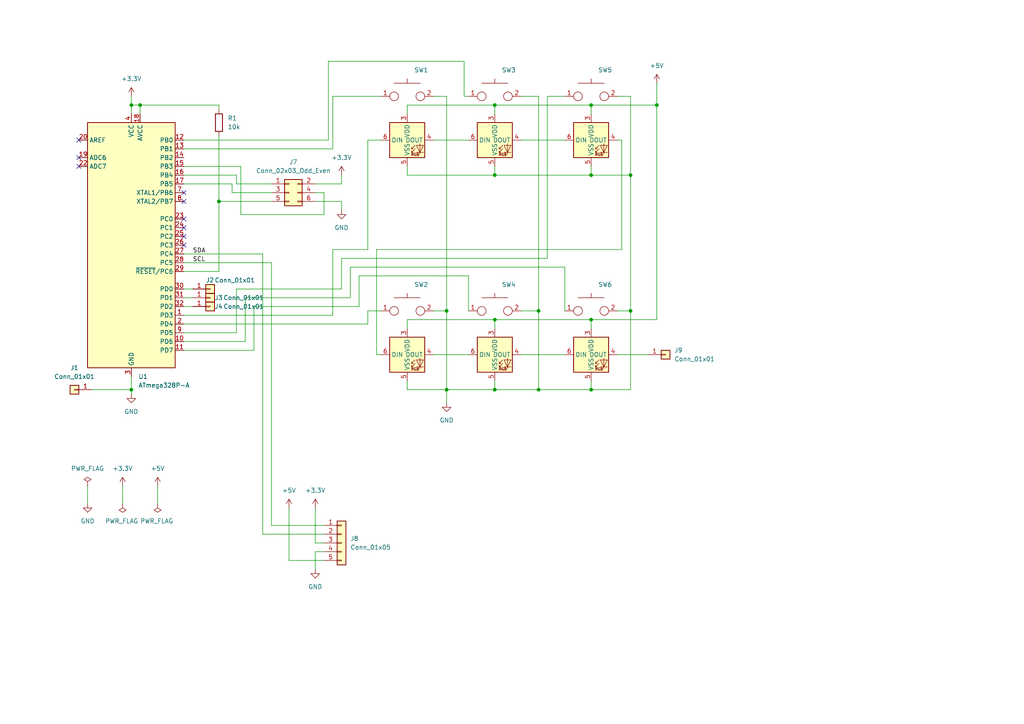
<source format=kicad_sch>
(kicad_sch (version 20211123) (generator eeschema)

  (uuid 297fcc90-c43a-4467-bbac-bf70a6a2dec6)

  (paper "A4")

  (title_block
    (title "BTMS Dock")
    (date "2022-09-11")
    (rev "0")
  )

  (lib_symbols
    (symbol "Connector_Generic:Conn_01x01" (pin_names (offset 1.016) hide) (in_bom yes) (on_board yes)
      (property "Reference" "J" (id 0) (at 0 2.54 0)
        (effects (font (size 1.27 1.27)))
      )
      (property "Value" "Conn_01x01" (id 1) (at 0 -2.54 0)
        (effects (font (size 1.27 1.27)))
      )
      (property "Footprint" "" (id 2) (at 0 0 0)
        (effects (font (size 1.27 1.27)) hide)
      )
      (property "Datasheet" "~" (id 3) (at 0 0 0)
        (effects (font (size 1.27 1.27)) hide)
      )
      (property "ki_keywords" "connector" (id 4) (at 0 0 0)
        (effects (font (size 1.27 1.27)) hide)
      )
      (property "ki_description" "Generic connector, single row, 01x01, script generated (kicad-library-utils/schlib/autogen/connector/)" (id 5) (at 0 0 0)
        (effects (font (size 1.27 1.27)) hide)
      )
      (property "ki_fp_filters" "Connector*:*_1x??_*" (id 6) (at 0 0 0)
        (effects (font (size 1.27 1.27)) hide)
      )
      (symbol "Conn_01x01_1_1"
        (rectangle (start -1.27 0.127) (end 0 -0.127)
          (stroke (width 0.1524) (type default) (color 0 0 0 0))
          (fill (type none))
        )
        (rectangle (start -1.27 1.27) (end 1.27 -1.27)
          (stroke (width 0.254) (type default) (color 0 0 0 0))
          (fill (type background))
        )
        (pin passive line (at -5.08 0 0) (length 3.81)
          (name "Pin_1" (effects (font (size 1.27 1.27))))
          (number "1" (effects (font (size 1.27 1.27))))
        )
      )
    )
    (symbol "Connector_Generic:Conn_01x05" (pin_names (offset 1.016) hide) (in_bom yes) (on_board yes)
      (property "Reference" "J" (id 0) (at 0 7.62 0)
        (effects (font (size 1.27 1.27)))
      )
      (property "Value" "Conn_01x05" (id 1) (at 0 -7.62 0)
        (effects (font (size 1.27 1.27)))
      )
      (property "Footprint" "" (id 2) (at 0 0 0)
        (effects (font (size 1.27 1.27)) hide)
      )
      (property "Datasheet" "~" (id 3) (at 0 0 0)
        (effects (font (size 1.27 1.27)) hide)
      )
      (property "ki_keywords" "connector" (id 4) (at 0 0 0)
        (effects (font (size 1.27 1.27)) hide)
      )
      (property "ki_description" "Generic connector, single row, 01x05, script generated (kicad-library-utils/schlib/autogen/connector/)" (id 5) (at 0 0 0)
        (effects (font (size 1.27 1.27)) hide)
      )
      (property "ki_fp_filters" "Connector*:*_1x??_*" (id 6) (at 0 0 0)
        (effects (font (size 1.27 1.27)) hide)
      )
      (symbol "Conn_01x05_1_1"
        (rectangle (start -1.27 -4.953) (end 0 -5.207)
          (stroke (width 0.1524) (type default) (color 0 0 0 0))
          (fill (type none))
        )
        (rectangle (start -1.27 -2.413) (end 0 -2.667)
          (stroke (width 0.1524) (type default) (color 0 0 0 0))
          (fill (type none))
        )
        (rectangle (start -1.27 0.127) (end 0 -0.127)
          (stroke (width 0.1524) (type default) (color 0 0 0 0))
          (fill (type none))
        )
        (rectangle (start -1.27 2.667) (end 0 2.413)
          (stroke (width 0.1524) (type default) (color 0 0 0 0))
          (fill (type none))
        )
        (rectangle (start -1.27 5.207) (end 0 4.953)
          (stroke (width 0.1524) (type default) (color 0 0 0 0))
          (fill (type none))
        )
        (rectangle (start -1.27 6.35) (end 1.27 -6.35)
          (stroke (width 0.254) (type default) (color 0 0 0 0))
          (fill (type background))
        )
        (pin passive line (at -5.08 5.08 0) (length 3.81)
          (name "Pin_1" (effects (font (size 1.27 1.27))))
          (number "1" (effects (font (size 1.27 1.27))))
        )
        (pin passive line (at -5.08 2.54 0) (length 3.81)
          (name "Pin_2" (effects (font (size 1.27 1.27))))
          (number "2" (effects (font (size 1.27 1.27))))
        )
        (pin passive line (at -5.08 0 0) (length 3.81)
          (name "Pin_3" (effects (font (size 1.27 1.27))))
          (number "3" (effects (font (size 1.27 1.27))))
        )
        (pin passive line (at -5.08 -2.54 0) (length 3.81)
          (name "Pin_4" (effects (font (size 1.27 1.27))))
          (number "4" (effects (font (size 1.27 1.27))))
        )
        (pin passive line (at -5.08 -5.08 0) (length 3.81)
          (name "Pin_5" (effects (font (size 1.27 1.27))))
          (number "5" (effects (font (size 1.27 1.27))))
        )
      )
    )
    (symbol "Connector_Generic:Conn_02x03_Odd_Even" (pin_names (offset 1.016) hide) (in_bom yes) (on_board yes)
      (property "Reference" "J" (id 0) (at 1.27 5.08 0)
        (effects (font (size 1.27 1.27)))
      )
      (property "Value" "Conn_02x03_Odd_Even" (id 1) (at 1.27 -5.08 0)
        (effects (font (size 1.27 1.27)))
      )
      (property "Footprint" "" (id 2) (at 0 0 0)
        (effects (font (size 1.27 1.27)) hide)
      )
      (property "Datasheet" "~" (id 3) (at 0 0 0)
        (effects (font (size 1.27 1.27)) hide)
      )
      (property "ki_keywords" "connector" (id 4) (at 0 0 0)
        (effects (font (size 1.27 1.27)) hide)
      )
      (property "ki_description" "Generic connector, double row, 02x03, odd/even pin numbering scheme (row 1 odd numbers, row 2 even numbers), script generated (kicad-library-utils/schlib/autogen/connector/)" (id 5) (at 0 0 0)
        (effects (font (size 1.27 1.27)) hide)
      )
      (property "ki_fp_filters" "Connector*:*_2x??_*" (id 6) (at 0 0 0)
        (effects (font (size 1.27 1.27)) hide)
      )
      (symbol "Conn_02x03_Odd_Even_1_1"
        (rectangle (start -1.27 -2.413) (end 0 -2.667)
          (stroke (width 0.1524) (type default) (color 0 0 0 0))
          (fill (type none))
        )
        (rectangle (start -1.27 0.127) (end 0 -0.127)
          (stroke (width 0.1524) (type default) (color 0 0 0 0))
          (fill (type none))
        )
        (rectangle (start -1.27 2.667) (end 0 2.413)
          (stroke (width 0.1524) (type default) (color 0 0 0 0))
          (fill (type none))
        )
        (rectangle (start -1.27 3.81) (end 3.81 -3.81)
          (stroke (width 0.254) (type default) (color 0 0 0 0))
          (fill (type background))
        )
        (rectangle (start 3.81 -2.413) (end 2.54 -2.667)
          (stroke (width 0.1524) (type default) (color 0 0 0 0))
          (fill (type none))
        )
        (rectangle (start 3.81 0.127) (end 2.54 -0.127)
          (stroke (width 0.1524) (type default) (color 0 0 0 0))
          (fill (type none))
        )
        (rectangle (start 3.81 2.667) (end 2.54 2.413)
          (stroke (width 0.1524) (type default) (color 0 0 0 0))
          (fill (type none))
        )
        (pin passive line (at -5.08 2.54 0) (length 3.81)
          (name "Pin_1" (effects (font (size 1.27 1.27))))
          (number "1" (effects (font (size 1.27 1.27))))
        )
        (pin passive line (at 7.62 2.54 180) (length 3.81)
          (name "Pin_2" (effects (font (size 1.27 1.27))))
          (number "2" (effects (font (size 1.27 1.27))))
        )
        (pin passive line (at -5.08 0 0) (length 3.81)
          (name "Pin_3" (effects (font (size 1.27 1.27))))
          (number "3" (effects (font (size 1.27 1.27))))
        )
        (pin passive line (at 7.62 0 180) (length 3.81)
          (name "Pin_4" (effects (font (size 1.27 1.27))))
          (number "4" (effects (font (size 1.27 1.27))))
        )
        (pin passive line (at -5.08 -2.54 0) (length 3.81)
          (name "Pin_5" (effects (font (size 1.27 1.27))))
          (number "5" (effects (font (size 1.27 1.27))))
        )
        (pin passive line (at 7.62 -2.54 180) (length 3.81)
          (name "Pin_6" (effects (font (size 1.27 1.27))))
          (number "6" (effects (font (size 1.27 1.27))))
        )
      )
    )
    (symbol "Device:R" (pin_numbers hide) (pin_names (offset 0)) (in_bom yes) (on_board yes)
      (property "Reference" "R" (id 0) (at 2.032 0 90)
        (effects (font (size 1.27 1.27)))
      )
      (property "Value" "R" (id 1) (at 0 0 90)
        (effects (font (size 1.27 1.27)))
      )
      (property "Footprint" "" (id 2) (at -1.778 0 90)
        (effects (font (size 1.27 1.27)) hide)
      )
      (property "Datasheet" "~" (id 3) (at 0 0 0)
        (effects (font (size 1.27 1.27)) hide)
      )
      (property "ki_keywords" "R res resistor" (id 4) (at 0 0 0)
        (effects (font (size 1.27 1.27)) hide)
      )
      (property "ki_description" "Resistor" (id 5) (at 0 0 0)
        (effects (font (size 1.27 1.27)) hide)
      )
      (property "ki_fp_filters" "R_*" (id 6) (at 0 0 0)
        (effects (font (size 1.27 1.27)) hide)
      )
      (symbol "R_0_1"
        (rectangle (start -1.016 -2.54) (end 1.016 2.54)
          (stroke (width 0.254) (type default) (color 0 0 0 0))
          (fill (type none))
        )
      )
      (symbol "R_1_1"
        (pin passive line (at 0 3.81 270) (length 1.27)
          (name "~" (effects (font (size 1.27 1.27))))
          (number "1" (effects (font (size 1.27 1.27))))
        )
        (pin passive line (at 0 -3.81 90) (length 1.27)
          (name "~" (effects (font (size 1.27 1.27))))
          (number "2" (effects (font (size 1.27 1.27))))
        )
      )
    )
    (symbol "MCU_Microchip_ATmega:ATmega328P-A" (in_bom yes) (on_board yes)
      (property "Reference" "U" (id 0) (at -12.7 36.83 0)
        (effects (font (size 1.27 1.27)) (justify left bottom))
      )
      (property "Value" "ATmega328P-A" (id 1) (at 2.54 -36.83 0)
        (effects (font (size 1.27 1.27)) (justify left top))
      )
      (property "Footprint" "Package_QFP:TQFP-32_7x7mm_P0.8mm" (id 2) (at 0 0 0)
        (effects (font (size 1.27 1.27) italic) hide)
      )
      (property "Datasheet" "http://ww1.microchip.com/downloads/en/DeviceDoc/ATmega328_P%20AVR%20MCU%20with%20picoPower%20Technology%20Data%20Sheet%2040001984A.pdf" (id 3) (at 0 0 0)
        (effects (font (size 1.27 1.27)) hide)
      )
      (property "ki_keywords" "AVR 8bit Microcontroller MegaAVR PicoPower" (id 4) (at 0 0 0)
        (effects (font (size 1.27 1.27)) hide)
      )
      (property "ki_description" "20MHz, 32kB Flash, 2kB SRAM, 1kB EEPROM, TQFP-32" (id 5) (at 0 0 0)
        (effects (font (size 1.27 1.27)) hide)
      )
      (property "ki_fp_filters" "TQFP*7x7mm*P0.8mm*" (id 6) (at 0 0 0)
        (effects (font (size 1.27 1.27)) hide)
      )
      (symbol "ATmega328P-A_0_1"
        (rectangle (start -12.7 -35.56) (end 12.7 35.56)
          (stroke (width 0.254) (type default) (color 0 0 0 0))
          (fill (type background))
        )
      )
      (symbol "ATmega328P-A_1_1"
        (pin bidirectional line (at 15.24 -20.32 180) (length 2.54)
          (name "PD3" (effects (font (size 1.27 1.27))))
          (number "1" (effects (font (size 1.27 1.27))))
        )
        (pin bidirectional line (at 15.24 -27.94 180) (length 2.54)
          (name "PD6" (effects (font (size 1.27 1.27))))
          (number "10" (effects (font (size 1.27 1.27))))
        )
        (pin bidirectional line (at 15.24 -30.48 180) (length 2.54)
          (name "PD7" (effects (font (size 1.27 1.27))))
          (number "11" (effects (font (size 1.27 1.27))))
        )
        (pin bidirectional line (at 15.24 30.48 180) (length 2.54)
          (name "PB0" (effects (font (size 1.27 1.27))))
          (number "12" (effects (font (size 1.27 1.27))))
        )
        (pin bidirectional line (at 15.24 27.94 180) (length 2.54)
          (name "PB1" (effects (font (size 1.27 1.27))))
          (number "13" (effects (font (size 1.27 1.27))))
        )
        (pin bidirectional line (at 15.24 25.4 180) (length 2.54)
          (name "PB2" (effects (font (size 1.27 1.27))))
          (number "14" (effects (font (size 1.27 1.27))))
        )
        (pin bidirectional line (at 15.24 22.86 180) (length 2.54)
          (name "PB3" (effects (font (size 1.27 1.27))))
          (number "15" (effects (font (size 1.27 1.27))))
        )
        (pin bidirectional line (at 15.24 20.32 180) (length 2.54)
          (name "PB4" (effects (font (size 1.27 1.27))))
          (number "16" (effects (font (size 1.27 1.27))))
        )
        (pin bidirectional line (at 15.24 17.78 180) (length 2.54)
          (name "PB5" (effects (font (size 1.27 1.27))))
          (number "17" (effects (font (size 1.27 1.27))))
        )
        (pin power_in line (at 2.54 38.1 270) (length 2.54)
          (name "AVCC" (effects (font (size 1.27 1.27))))
          (number "18" (effects (font (size 1.27 1.27))))
        )
        (pin input line (at -15.24 25.4 0) (length 2.54)
          (name "ADC6" (effects (font (size 1.27 1.27))))
          (number "19" (effects (font (size 1.27 1.27))))
        )
        (pin bidirectional line (at 15.24 -22.86 180) (length 2.54)
          (name "PD4" (effects (font (size 1.27 1.27))))
          (number "2" (effects (font (size 1.27 1.27))))
        )
        (pin passive line (at -15.24 30.48 0) (length 2.54)
          (name "AREF" (effects (font (size 1.27 1.27))))
          (number "20" (effects (font (size 1.27 1.27))))
        )
        (pin passive line (at 0 -38.1 90) (length 2.54) hide
          (name "GND" (effects (font (size 1.27 1.27))))
          (number "21" (effects (font (size 1.27 1.27))))
        )
        (pin input line (at -15.24 22.86 0) (length 2.54)
          (name "ADC7" (effects (font (size 1.27 1.27))))
          (number "22" (effects (font (size 1.27 1.27))))
        )
        (pin bidirectional line (at 15.24 7.62 180) (length 2.54)
          (name "PC0" (effects (font (size 1.27 1.27))))
          (number "23" (effects (font (size 1.27 1.27))))
        )
        (pin bidirectional line (at 15.24 5.08 180) (length 2.54)
          (name "PC1" (effects (font (size 1.27 1.27))))
          (number "24" (effects (font (size 1.27 1.27))))
        )
        (pin bidirectional line (at 15.24 2.54 180) (length 2.54)
          (name "PC2" (effects (font (size 1.27 1.27))))
          (number "25" (effects (font (size 1.27 1.27))))
        )
        (pin bidirectional line (at 15.24 0 180) (length 2.54)
          (name "PC3" (effects (font (size 1.27 1.27))))
          (number "26" (effects (font (size 1.27 1.27))))
        )
        (pin bidirectional line (at 15.24 -2.54 180) (length 2.54)
          (name "PC4" (effects (font (size 1.27 1.27))))
          (number "27" (effects (font (size 1.27 1.27))))
        )
        (pin bidirectional line (at 15.24 -5.08 180) (length 2.54)
          (name "PC5" (effects (font (size 1.27 1.27))))
          (number "28" (effects (font (size 1.27 1.27))))
        )
        (pin bidirectional line (at 15.24 -7.62 180) (length 2.54)
          (name "~{RESET}/PC6" (effects (font (size 1.27 1.27))))
          (number "29" (effects (font (size 1.27 1.27))))
        )
        (pin power_in line (at 0 -38.1 90) (length 2.54)
          (name "GND" (effects (font (size 1.27 1.27))))
          (number "3" (effects (font (size 1.27 1.27))))
        )
        (pin bidirectional line (at 15.24 -12.7 180) (length 2.54)
          (name "PD0" (effects (font (size 1.27 1.27))))
          (number "30" (effects (font (size 1.27 1.27))))
        )
        (pin bidirectional line (at 15.24 -15.24 180) (length 2.54)
          (name "PD1" (effects (font (size 1.27 1.27))))
          (number "31" (effects (font (size 1.27 1.27))))
        )
        (pin bidirectional line (at 15.24 -17.78 180) (length 2.54)
          (name "PD2" (effects (font (size 1.27 1.27))))
          (number "32" (effects (font (size 1.27 1.27))))
        )
        (pin power_in line (at 0 38.1 270) (length 2.54)
          (name "VCC" (effects (font (size 1.27 1.27))))
          (number "4" (effects (font (size 1.27 1.27))))
        )
        (pin passive line (at 0 -38.1 90) (length 2.54) hide
          (name "GND" (effects (font (size 1.27 1.27))))
          (number "5" (effects (font (size 1.27 1.27))))
        )
        (pin passive line (at 0 38.1 270) (length 2.54) hide
          (name "VCC" (effects (font (size 1.27 1.27))))
          (number "6" (effects (font (size 1.27 1.27))))
        )
        (pin bidirectional line (at 15.24 15.24 180) (length 2.54)
          (name "XTAL1/PB6" (effects (font (size 1.27 1.27))))
          (number "7" (effects (font (size 1.27 1.27))))
        )
        (pin bidirectional line (at 15.24 12.7 180) (length 2.54)
          (name "XTAL2/PB7" (effects (font (size 1.27 1.27))))
          (number "8" (effects (font (size 1.27 1.27))))
        )
        (pin bidirectional line (at 15.24 -25.4 180) (length 2.54)
          (name "PD5" (effects (font (size 1.27 1.27))))
          (number "9" (effects (font (size 1.27 1.27))))
        )
      )
    )
    (symbol "power:+3.3V" (power) (pin_names (offset 0)) (in_bom yes) (on_board yes)
      (property "Reference" "#PWR" (id 0) (at 0 -3.81 0)
        (effects (font (size 1.27 1.27)) hide)
      )
      (property "Value" "+3.3V" (id 1) (at 0 3.556 0)
        (effects (font (size 1.27 1.27)))
      )
      (property "Footprint" "" (id 2) (at 0 0 0)
        (effects (font (size 1.27 1.27)) hide)
      )
      (property "Datasheet" "" (id 3) (at 0 0 0)
        (effects (font (size 1.27 1.27)) hide)
      )
      (property "ki_keywords" "power-flag" (id 4) (at 0 0 0)
        (effects (font (size 1.27 1.27)) hide)
      )
      (property "ki_description" "Power symbol creates a global label with name \"+3.3V\"" (id 5) (at 0 0 0)
        (effects (font (size 1.27 1.27)) hide)
      )
      (symbol "+3.3V_0_1"
        (polyline
          (pts
            (xy -0.762 1.27)
            (xy 0 2.54)
          )
          (stroke (width 0) (type default) (color 0 0 0 0))
          (fill (type none))
        )
        (polyline
          (pts
            (xy 0 0)
            (xy 0 2.54)
          )
          (stroke (width 0) (type default) (color 0 0 0 0))
          (fill (type none))
        )
        (polyline
          (pts
            (xy 0 2.54)
            (xy 0.762 1.27)
          )
          (stroke (width 0) (type default) (color 0 0 0 0))
          (fill (type none))
        )
      )
      (symbol "+3.3V_1_1"
        (pin power_in line (at 0 0 90) (length 0) hide
          (name "+3.3V" (effects (font (size 1.27 1.27))))
          (number "1" (effects (font (size 1.27 1.27))))
        )
      )
    )
    (symbol "power:+5V" (power) (pin_names (offset 0)) (in_bom yes) (on_board yes)
      (property "Reference" "#PWR" (id 0) (at 0 -3.81 0)
        (effects (font (size 1.27 1.27)) hide)
      )
      (property "Value" "+5V" (id 1) (at 0 3.556 0)
        (effects (font (size 1.27 1.27)))
      )
      (property "Footprint" "" (id 2) (at 0 0 0)
        (effects (font (size 1.27 1.27)) hide)
      )
      (property "Datasheet" "" (id 3) (at 0 0 0)
        (effects (font (size 1.27 1.27)) hide)
      )
      (property "ki_keywords" "power-flag" (id 4) (at 0 0 0)
        (effects (font (size 1.27 1.27)) hide)
      )
      (property "ki_description" "Power symbol creates a global label with name \"+5V\"" (id 5) (at 0 0 0)
        (effects (font (size 1.27 1.27)) hide)
      )
      (symbol "+5V_0_1"
        (polyline
          (pts
            (xy -0.762 1.27)
            (xy 0 2.54)
          )
          (stroke (width 0) (type default) (color 0 0 0 0))
          (fill (type none))
        )
        (polyline
          (pts
            (xy 0 0)
            (xy 0 2.54)
          )
          (stroke (width 0) (type default) (color 0 0 0 0))
          (fill (type none))
        )
        (polyline
          (pts
            (xy 0 2.54)
            (xy 0.762 1.27)
          )
          (stroke (width 0) (type default) (color 0 0 0 0))
          (fill (type none))
        )
      )
      (symbol "+5V_1_1"
        (pin power_in line (at 0 0 90) (length 0) hide
          (name "+5V" (effects (font (size 1.27 1.27))))
          (number "1" (effects (font (size 1.27 1.27))))
        )
      )
    )
    (symbol "power:GND" (power) (pin_names (offset 0)) (in_bom yes) (on_board yes)
      (property "Reference" "#PWR" (id 0) (at 0 -6.35 0)
        (effects (font (size 1.27 1.27)) hide)
      )
      (property "Value" "GND" (id 1) (at 0 -3.81 0)
        (effects (font (size 1.27 1.27)))
      )
      (property "Footprint" "" (id 2) (at 0 0 0)
        (effects (font (size 1.27 1.27)) hide)
      )
      (property "Datasheet" "" (id 3) (at 0 0 0)
        (effects (font (size 1.27 1.27)) hide)
      )
      (property "ki_keywords" "power-flag" (id 4) (at 0 0 0)
        (effects (font (size 1.27 1.27)) hide)
      )
      (property "ki_description" "Power symbol creates a global label with name \"GND\" , ground" (id 5) (at 0 0 0)
        (effects (font (size 1.27 1.27)) hide)
      )
      (symbol "GND_0_1"
        (polyline
          (pts
            (xy 0 0)
            (xy 0 -1.27)
            (xy 1.27 -1.27)
            (xy 0 -2.54)
            (xy -1.27 -1.27)
            (xy 0 -1.27)
          )
          (stroke (width 0) (type default) (color 0 0 0 0))
          (fill (type none))
        )
      )
      (symbol "GND_1_1"
        (pin power_in line (at 0 0 270) (length 0) hide
          (name "GND" (effects (font (size 1.27 1.27))))
          (number "1" (effects (font (size 1.27 1.27))))
        )
      )
    )
    (symbol "power:PWR_FLAG" (power) (pin_numbers hide) (pin_names (offset 0) hide) (in_bom yes) (on_board yes)
      (property "Reference" "#FLG" (id 0) (at 0 1.905 0)
        (effects (font (size 1.27 1.27)) hide)
      )
      (property "Value" "PWR_FLAG" (id 1) (at 0 3.81 0)
        (effects (font (size 1.27 1.27)))
      )
      (property "Footprint" "" (id 2) (at 0 0 0)
        (effects (font (size 1.27 1.27)) hide)
      )
      (property "Datasheet" "~" (id 3) (at 0 0 0)
        (effects (font (size 1.27 1.27)) hide)
      )
      (property "ki_keywords" "power-flag" (id 4) (at 0 0 0)
        (effects (font (size 1.27 1.27)) hide)
      )
      (property "ki_description" "Special symbol for telling ERC where power comes from" (id 5) (at 0 0 0)
        (effects (font (size 1.27 1.27)) hide)
      )
      (symbol "PWR_FLAG_0_0"
        (pin power_out line (at 0 0 90) (length 0)
          (name "pwr" (effects (font (size 1.27 1.27))))
          (number "1" (effects (font (size 1.27 1.27))))
        )
      )
      (symbol "PWR_FLAG_0_1"
        (polyline
          (pts
            (xy 0 0)
            (xy 0 1.27)
            (xy -1.016 1.905)
            (xy 0 2.54)
            (xy 1.016 1.905)
            (xy 0 1.27)
          )
          (stroke (width 0) (type default) (color 0 0 0 0))
          (fill (type none))
        )
      )
    )
    (symbol "yishii:CherryMX_1Pole_wLED" (in_bom yes) (on_board yes)
      (property "Reference" "SW" (id 0) (at -7.366 6.858 0)
        (effects (font (size 1.27 1.27)))
      )
      (property "Value" "CherryMX_1Pole_wLED" (id 1) (at 0.508 -35.052 0)
        (effects (font (size 1.27 1.27)) hide)
      )
      (property "Footprint" "" (id 2) (at 0 0 0)
        (effects (font (size 1.27 1.27)) hide)
      )
      (property "Datasheet" "" (id 3) (at 0 0 0)
        (effects (font (size 1.27 1.27)) hide)
      )
      (symbol "CherryMX_1Pole_wLED_0_0"
        (text "RGB" (at 2.286 -16.891 0)
          (effects (font (size 0.762 0.762)))
        )
      )
      (symbol "CherryMX_1Pole_wLED_0_1"
        (circle (center -3.81 0) (radius 1.27)
          (stroke (width 0) (type default) (color 0 0 0 0))
          (fill (type none))
        )
        (polyline
          (pts
            (xy -3.81 3.81)
            (xy 3.81 3.81)
          )
          (stroke (width 0) (type default) (color 0 0 0 0))
          (fill (type none))
        )
        (polyline
          (pts
            (xy 0 3.81)
            (xy 0 5.08)
          )
          (stroke (width 0) (type default) (color 0 0 0 0))
          (fill (type none))
        )
        (polyline
          (pts
            (xy 1.27 -16.256)
            (xy 1.778 -16.256)
          )
          (stroke (width 0) (type default) (color 0 0 0 0))
          (fill (type none))
        )
        (polyline
          (pts
            (xy 1.27 -15.24)
            (xy 1.778 -15.24)
          )
          (stroke (width 0) (type default) (color 0 0 0 0))
          (fill (type none))
        )
        (polyline
          (pts
            (xy 4.699 -16.256)
            (xy 2.667 -16.256)
          )
          (stroke (width 0) (type default) (color 0 0 0 0))
          (fill (type none))
        )
        (polyline
          (pts
            (xy 2.286 -15.24)
            (xy 1.27 -16.256)
            (xy 1.27 -15.748)
          )
          (stroke (width 0) (type default) (color 0 0 0 0))
          (fill (type none))
        )
        (polyline
          (pts
            (xy 2.286 -14.224)
            (xy 1.27 -15.24)
            (xy 1.27 -14.732)
          )
          (stroke (width 0) (type default) (color 0 0 0 0))
          (fill (type none))
        )
        (polyline
          (pts
            (xy 3.683 -13.716)
            (xy 3.683 -16.256)
            (xy 3.683 -16.764)
          )
          (stroke (width 0) (type default) (color 0 0 0 0))
          (fill (type none))
        )
        (polyline
          (pts
            (xy 4.699 -14.224)
            (xy 2.667 -14.224)
            (xy 3.683 -16.256)
            (xy 4.699 -14.224)
          )
          (stroke (width 0) (type default) (color 0 0 0 0))
          (fill (type none))
        )
        (circle (center 3.81 0) (radius 1.27)
          (stroke (width 0) (type default) (color 0 0 0 0))
          (fill (type none))
        )
        (rectangle (start 5.08 -7.62) (end -5.08 -17.78)
          (stroke (width 0.254) (type default) (color 0 0 0 0))
          (fill (type background))
        )
      )
      (symbol "CherryMX_1Pole_wLED_1_1"
        (pin input line (at -7.62 0 0) (length 2.54)
          (name "" (effects (font (size 1.27 1.27))))
          (number "1" (effects (font (size 1.27 1.27))))
        )
        (pin input line (at 7.62 0 180) (length 2.54)
          (name "" (effects (font (size 1.27 1.27))))
          (number "2" (effects (font (size 1.27 1.27))))
        )
        (pin power_in line (at 0 -5.08 270) (length 2.54)
          (name "VDD" (effects (font (size 1.27 1.27))))
          (number "3" (effects (font (size 1.27 1.27))))
        )
        (pin output line (at 7.62 -12.7 180) (length 2.54)
          (name "DOUT" (effects (font (size 1.27 1.27))))
          (number "4" (effects (font (size 1.27 1.27))))
        )
        (pin power_in line (at 0 -20.32 90) (length 2.54)
          (name "VSS" (effects (font (size 1.27 1.27))))
          (number "5" (effects (font (size 1.27 1.27))))
        )
        (pin input line (at -7.62 -12.7 0) (length 2.54)
          (name "DIN" (effects (font (size 1.27 1.27))))
          (number "6" (effects (font (size 1.27 1.27))))
        )
      )
    )
  )

  (junction (at 40.64 30.48) (diameter 0) (color 0 0 0 0)
    (uuid 0c1c358c-8680-47e6-b4ce-d2ce1f49be82)
  )
  (junction (at 171.45 50.8) (diameter 0) (color 0 0 0 0)
    (uuid 10fff255-8637-4e3b-afa8-6b2804d29eef)
  )
  (junction (at 182.88 90.17) (diameter 0) (color 0 0 0 0)
    (uuid 198fe626-5d82-40f6-aedc-cfed5ce5fcce)
  )
  (junction (at 129.54 113.03) (diameter 0) (color 0 0 0 0)
    (uuid 1b231025-19b0-432a-9c9f-625f98b6ab2a)
  )
  (junction (at 171.45 30.48) (diameter 0) (color 0 0 0 0)
    (uuid 24a5a0b3-d71c-49ac-8e88-c796a3a595d1)
  )
  (junction (at 156.21 90.17) (diameter 0) (color 0 0 0 0)
    (uuid 31de0b37-483c-44ed-8567-10e11caf5c5c)
  )
  (junction (at 143.51 30.48) (diameter 0) (color 0 0 0 0)
    (uuid 54dc85e5-d08e-4e3d-a7d1-e49036cabddd)
  )
  (junction (at 129.54 90.17) (diameter 0) (color 0 0 0 0)
    (uuid 590ca95e-0d42-432a-be22-05bf600a675c)
  )
  (junction (at 171.45 92.71) (diameter 0) (color 0 0 0 0)
    (uuid 639bff50-1bd7-4db7-86cb-1ed90d6548b9)
  )
  (junction (at 182.88 50.8) (diameter 0) (color 0 0 0 0)
    (uuid 72152bc6-1435-4795-ad16-85e6c0243fc5)
  )
  (junction (at 171.45 113.03) (diameter 0) (color 0 0 0 0)
    (uuid 7f9c7068-986d-414d-8c81-7c8236a2841c)
  )
  (junction (at 143.51 92.71) (diameter 0) (color 0 0 0 0)
    (uuid 848b5867-d55a-4f74-a650-8e8c74e8d307)
  )
  (junction (at 38.1 113.03) (diameter 0) (color 0 0 0 0)
    (uuid 93543e9a-751e-4dca-a209-ad0f103628d3)
  )
  (junction (at 38.1 30.48) (diameter 0) (color 0 0 0 0)
    (uuid 975907a2-1e06-47c4-9231-6fb0247598a4)
  )
  (junction (at 143.51 50.8) (diameter 0) (color 0 0 0 0)
    (uuid a184b67c-9824-435a-9d2d-ecab5cc6e38a)
  )
  (junction (at 143.51 113.03) (diameter 0) (color 0 0 0 0)
    (uuid aa6a088f-39af-482d-b544-a91830a02f35)
  )
  (junction (at 63.5 58.42) (diameter 0) (color 0 0 0 0)
    (uuid d2c4aa48-c7e8-4ab1-bf8a-be0cb4dd26e3)
  )
  (junction (at 156.21 113.03) (diameter 0) (color 0 0 0 0)
    (uuid f55f7cc7-ecaf-4177-8fa8-b8a8289d967d)
  )
  (junction (at 190.5 30.48) (diameter 0) (color 0 0 0 0)
    (uuid fe40ca34-bca4-4ac6-b4a1-7b22b4deaa30)
  )

  (no_connect (at 53.34 66.04) (uuid 9bfa1485-6355-48dd-ada3-b01e9caa9e08))
  (no_connect (at 53.34 55.88) (uuid 9bfa1485-6355-48dd-ada3-b01e9caa9e09))
  (no_connect (at 53.34 58.42) (uuid 9bfa1485-6355-48dd-ada3-b01e9caa9e0a))
  (no_connect (at 53.34 63.5) (uuid 9bfa1485-6355-48dd-ada3-b01e9caa9e0b))
  (no_connect (at 22.86 40.64) (uuid 9bfa1485-6355-48dd-ada3-b01e9caa9e0c))
  (no_connect (at 53.34 68.58) (uuid 9bfa1485-6355-48dd-ada3-b01e9caa9e0d))
  (no_connect (at 53.34 71.12) (uuid 9bfa1485-6355-48dd-ada3-b01e9caa9e0e))
  (no_connect (at 22.86 45.72) (uuid 9bfa1485-6355-48dd-ada3-b01e9caa9e0f))
  (no_connect (at 22.86 48.26) (uuid 9bfa1485-6355-48dd-ada3-b01e9caa9e10))

  (wire (pts (xy 67.31 55.88) (xy 78.74 55.88))
    (stroke (width 0) (type default) (color 0 0 0 0))
    (uuid 01786dbb-5e40-4058-a76c-0e8f4f191acb)
  )
  (wire (pts (xy 135.89 80.01) (xy 135.89 90.17))
    (stroke (width 0) (type default) (color 0 0 0 0))
    (uuid 0322960a-922b-4b84-8450-9d4c57dbf408)
  )
  (wire (pts (xy 76.2 73.66) (xy 76.2 154.94))
    (stroke (width 0) (type default) (color 0 0 0 0))
    (uuid 054ca953-af48-4a5f-bfcb-5024bb40ce1b)
  )
  (wire (pts (xy 151.13 90.17) (xy 156.21 90.17))
    (stroke (width 0) (type default) (color 0 0 0 0))
    (uuid 08065c2e-7723-4163-a7ba-61586ef08460)
  )
  (wire (pts (xy 40.64 30.48) (xy 40.64 33.02))
    (stroke (width 0) (type default) (color 0 0 0 0))
    (uuid 08a12e3f-bd3a-4496-b1ff-66dca9a6d59c)
  )
  (wire (pts (xy 106.68 72.39) (xy 106.68 40.64))
    (stroke (width 0) (type default) (color 0 0 0 0))
    (uuid 098688e1-40a8-497a-a976-9be676171574)
  )
  (wire (pts (xy 143.51 50.8) (xy 118.11 50.8))
    (stroke (width 0) (type default) (color 0 0 0 0))
    (uuid 0a6d124d-6980-4cee-ba80-07d756e6f080)
  )
  (wire (pts (xy 91.44 53.34) (xy 99.06 53.34))
    (stroke (width 0) (type default) (color 0 0 0 0))
    (uuid 0caa192f-fef2-442d-bf21-af9a86b22008)
  )
  (wire (pts (xy 143.51 92.71) (xy 143.51 95.25))
    (stroke (width 0) (type default) (color 0 0 0 0))
    (uuid 0d95e78a-a010-456b-a2aa-d30d220a9f7e)
  )
  (wire (pts (xy 38.1 109.22) (xy 38.1 113.03))
    (stroke (width 0) (type default) (color 0 0 0 0))
    (uuid 0ef0b8f2-ca2f-41cc-a5d7-bd2d3b61230a)
  )
  (wire (pts (xy 25.4 140.97) (xy 25.4 146.05))
    (stroke (width 0) (type default) (color 0 0 0 0))
    (uuid 0f3205aa-90a2-42c8-8b88-8e24b9c8bac8)
  )
  (wire (pts (xy 53.34 40.64) (xy 95.25 40.64))
    (stroke (width 0) (type default) (color 0 0 0 0))
    (uuid 0f87a002-7ba7-4f28-ad2a-2396bb3d7d3f)
  )
  (wire (pts (xy 38.1 30.48) (xy 40.64 30.48))
    (stroke (width 0) (type default) (color 0 0 0 0))
    (uuid 14dac9d7-a465-4363-a9ca-707a12254e1a)
  )
  (wire (pts (xy 125.73 102.87) (xy 135.89 102.87))
    (stroke (width 0) (type default) (color 0 0 0 0))
    (uuid 15ca5025-95a1-413d-b397-77c5fa3eeed2)
  )
  (wire (pts (xy 171.45 50.8) (xy 143.51 50.8))
    (stroke (width 0) (type default) (color 0 0 0 0))
    (uuid 16ee8934-00c3-4846-a4bd-1e0d8584e8ca)
  )
  (wire (pts (xy 118.11 30.48) (xy 118.11 33.02))
    (stroke (width 0) (type default) (color 0 0 0 0))
    (uuid 17e229cc-4d15-4781-aed0-0e654e2d2c73)
  )
  (wire (pts (xy 69.85 62.23) (xy 93.98 62.23))
    (stroke (width 0) (type default) (color 0 0 0 0))
    (uuid 1872b672-95bb-4a05-9b51-7a87c2c41047)
  )
  (wire (pts (xy 53.34 83.82) (xy 55.88 83.82))
    (stroke (width 0) (type default) (color 0 0 0 0))
    (uuid 193f4c98-c505-4101-91aa-7e4c6ec1312f)
  )
  (wire (pts (xy 93.98 55.88) (xy 91.44 55.88))
    (stroke (width 0) (type default) (color 0 0 0 0))
    (uuid 1b99bf9f-5236-4fba-ba20-1161dc3f7690)
  )
  (wire (pts (xy 69.85 48.26) (xy 69.85 62.23))
    (stroke (width 0) (type default) (color 0 0 0 0))
    (uuid 1c0bf966-c4e8-4d74-88f1-59e819a66a5d)
  )
  (wire (pts (xy 67.31 53.34) (xy 67.31 55.88))
    (stroke (width 0) (type default) (color 0 0 0 0))
    (uuid 1cf23438-44af-4708-9246-e302b5fcfe4d)
  )
  (wire (pts (xy 143.51 48.26) (xy 143.51 50.8))
    (stroke (width 0) (type default) (color 0 0 0 0))
    (uuid 20aaed5a-d646-4234-848a-821fa7723c02)
  )
  (wire (pts (xy 53.34 53.34) (xy 67.31 53.34))
    (stroke (width 0) (type default) (color 0 0 0 0))
    (uuid 2334e9ec-b461-4614-befd-3f92b9b85408)
  )
  (wire (pts (xy 104.14 80.01) (xy 135.89 80.01))
    (stroke (width 0) (type default) (color 0 0 0 0))
    (uuid 24016ba2-d7af-416e-8bfb-05669698cc16)
  )
  (wire (pts (xy 93.98 162.56) (xy 83.82 162.56))
    (stroke (width 0) (type default) (color 0 0 0 0))
    (uuid 248f1c3d-c879-498a-8763-943bb7d6d39d)
  )
  (wire (pts (xy 53.34 91.44) (xy 96.52 91.44))
    (stroke (width 0) (type default) (color 0 0 0 0))
    (uuid 25800101-5a92-41f3-a3dd-f7bae07ebe47)
  )
  (wire (pts (xy 171.45 30.48) (xy 171.45 33.02))
    (stroke (width 0) (type default) (color 0 0 0 0))
    (uuid 269704d0-3b55-4654-858a-1cde46ca582b)
  )
  (wire (pts (xy 93.98 62.23) (xy 93.98 55.88))
    (stroke (width 0) (type default) (color 0 0 0 0))
    (uuid 2766ceb1-864a-49ad-af55-e5c4eade1c7c)
  )
  (wire (pts (xy 129.54 113.03) (xy 129.54 116.84))
    (stroke (width 0) (type default) (color 0 0 0 0))
    (uuid 292372e0-ebee-4f33-b109-0ce8ea782200)
  )
  (wire (pts (xy 68.58 96.52) (xy 53.34 96.52))
    (stroke (width 0) (type default) (color 0 0 0 0))
    (uuid 292c80a7-4b9b-458d-a7ff-689834249bee)
  )
  (wire (pts (xy 63.5 39.37) (xy 63.5 58.42))
    (stroke (width 0) (type default) (color 0 0 0 0))
    (uuid 2aa6918d-4806-4398-8f99-bd6c366b0366)
  )
  (wire (pts (xy 53.34 50.8) (xy 68.58 50.8))
    (stroke (width 0) (type default) (color 0 0 0 0))
    (uuid 2bf7b5c8-d092-4279-aeee-1d984568d203)
  )
  (wire (pts (xy 38.1 30.48) (xy 38.1 33.02))
    (stroke (width 0) (type default) (color 0 0 0 0))
    (uuid 2f771892-5178-4914-823a-a8e39d882fe0)
  )
  (wire (pts (xy 118.11 110.49) (xy 118.11 113.03))
    (stroke (width 0) (type default) (color 0 0 0 0))
    (uuid 30d9ffe9-7c73-4d07-bb5a-ff9b58a383f9)
  )
  (wire (pts (xy 125.73 40.64) (xy 135.89 40.64))
    (stroke (width 0) (type default) (color 0 0 0 0))
    (uuid 3268b23f-9625-4cff-9b86-441e659ef131)
  )
  (wire (pts (xy 143.51 113.03) (xy 129.54 113.03))
    (stroke (width 0) (type default) (color 0 0 0 0))
    (uuid 33175378-31ad-4111-845e-3382264f65ea)
  )
  (wire (pts (xy 171.45 48.26) (xy 171.45 50.8))
    (stroke (width 0) (type default) (color 0 0 0 0))
    (uuid 34de8d3a-433e-47df-b7a6-10d5768eb55b)
  )
  (wire (pts (xy 68.58 53.34) (xy 68.58 50.8))
    (stroke (width 0) (type default) (color 0 0 0 0))
    (uuid 36b67601-31ad-4830-ab8e-2fb92f343a5d)
  )
  (wire (pts (xy 129.54 27.94) (xy 129.54 90.17))
    (stroke (width 0) (type default) (color 0 0 0 0))
    (uuid 3c212143-d6a6-4b8c-bf43-82fdd8833fe7)
  )
  (wire (pts (xy 78.74 152.4) (xy 93.98 152.4))
    (stroke (width 0) (type default) (color 0 0 0 0))
    (uuid 42581667-737c-4f02-ba5f-15ded96b0bd0)
  )
  (wire (pts (xy 99.06 74.93) (xy 158.75 74.93))
    (stroke (width 0) (type default) (color 0 0 0 0))
    (uuid 45d6f202-7e2d-41a3-ae9a-09fa1e7d41c8)
  )
  (wire (pts (xy 99.06 58.42) (xy 99.06 60.96))
    (stroke (width 0) (type default) (color 0 0 0 0))
    (uuid 465827e0-4f45-4bcb-ba80-e6a3bab4365b)
  )
  (wire (pts (xy 158.75 27.94) (xy 163.83 27.94))
    (stroke (width 0) (type default) (color 0 0 0 0))
    (uuid 4e8981d5-db32-44ab-9b77-66bb2b09f286)
  )
  (wire (pts (xy 91.44 160.02) (xy 93.98 160.02))
    (stroke (width 0) (type default) (color 0 0 0 0))
    (uuid 50fe4541-f64e-470e-92b9-ed82d08f19f7)
  )
  (wire (pts (xy 91.44 147.32) (xy 91.44 157.48))
    (stroke (width 0) (type default) (color 0 0 0 0))
    (uuid 51398fdf-b31d-4788-82fb-352569a49f39)
  )
  (wire (pts (xy 134.62 27.94) (xy 135.89 27.94))
    (stroke (width 0) (type default) (color 0 0 0 0))
    (uuid 51779d31-f5f5-4ce5-9bcb-35d7e22ebf37)
  )
  (wire (pts (xy 91.44 165.1) (xy 91.44 160.02))
    (stroke (width 0) (type default) (color 0 0 0 0))
    (uuid 531fb4a5-a287-4072-bada-32a293212434)
  )
  (wire (pts (xy 26.67 113.03) (xy 38.1 113.03))
    (stroke (width 0) (type default) (color 0 0 0 0))
    (uuid 5600bde7-1abb-4be1-afa7-9b73e42d0ff6)
  )
  (wire (pts (xy 96.52 27.94) (xy 110.49 27.94))
    (stroke (width 0) (type default) (color 0 0 0 0))
    (uuid 5863447c-64c9-4e6e-821d-d672949ffc36)
  )
  (wire (pts (xy 171.45 92.71) (xy 190.5 92.71))
    (stroke (width 0) (type default) (color 0 0 0 0))
    (uuid 5b91b7bd-7c61-43f2-bcb5-440aef9b5b09)
  )
  (wire (pts (xy 38.1 113.03) (xy 38.1 114.3))
    (stroke (width 0) (type default) (color 0 0 0 0))
    (uuid 604022cd-20d9-4aed-986e-41027ef1c592)
  )
  (wire (pts (xy 156.21 90.17) (xy 156.21 113.03))
    (stroke (width 0) (type default) (color 0 0 0 0))
    (uuid 62195639-0b68-4714-aaa4-aed76a8d2cd7)
  )
  (wire (pts (xy 118.11 92.71) (xy 143.51 92.71))
    (stroke (width 0) (type default) (color 0 0 0 0))
    (uuid 63e7e08c-2d83-43c6-b9aa-6d92f5d57751)
  )
  (wire (pts (xy 71.12 86.36) (xy 71.12 99.06))
    (stroke (width 0) (type default) (color 0 0 0 0))
    (uuid 6536350b-4901-45dd-b596-c9795bb0d135)
  )
  (wire (pts (xy 182.88 50.8) (xy 182.88 90.17))
    (stroke (width 0) (type default) (color 0 0 0 0))
    (uuid 673aa2a2-c86d-4fe4-8ce5-73ac87331a79)
  )
  (wire (pts (xy 190.5 92.71) (xy 190.5 30.48))
    (stroke (width 0) (type default) (color 0 0 0 0))
    (uuid 6c04e18c-dc31-4bd2-8913-5665941e9641)
  )
  (wire (pts (xy 143.51 30.48) (xy 143.51 33.02))
    (stroke (width 0) (type default) (color 0 0 0 0))
    (uuid 6c3316a6-a363-44af-a5ab-778197f98da9)
  )
  (wire (pts (xy 96.52 43.18) (xy 96.52 27.94))
    (stroke (width 0) (type default) (color 0 0 0 0))
    (uuid 6ea7259c-03e5-4d12-aa50-650e2b80b3a9)
  )
  (wire (pts (xy 63.5 58.42) (xy 63.5 78.74))
    (stroke (width 0) (type default) (color 0 0 0 0))
    (uuid 6ee9169e-4bb5-46aa-9b9b-864751de8345)
  )
  (wire (pts (xy 129.54 90.17) (xy 129.54 113.03))
    (stroke (width 0) (type default) (color 0 0 0 0))
    (uuid 73b39bf1-c728-4b70-8c58-cbae0bcee387)
  )
  (wire (pts (xy 53.34 86.36) (xy 55.88 86.36))
    (stroke (width 0) (type default) (color 0 0 0 0))
    (uuid 74ca826e-00a3-41fb-a188-2c7d281b4687)
  )
  (wire (pts (xy 118.11 50.8) (xy 118.11 48.26))
    (stroke (width 0) (type default) (color 0 0 0 0))
    (uuid 7553a053-f4a2-4482-8622-6ee9e72209a9)
  )
  (wire (pts (xy 158.75 74.93) (xy 158.75 27.94))
    (stroke (width 0) (type default) (color 0 0 0 0))
    (uuid 76b74c3b-9068-4c4a-a0f1-5f67d0aa8e18)
  )
  (wire (pts (xy 106.68 90.17) (xy 110.49 90.17))
    (stroke (width 0) (type default) (color 0 0 0 0))
    (uuid 7c1d2305-5be6-4c7d-ba9c-417e05dd9fd4)
  )
  (wire (pts (xy 190.5 24.13) (xy 190.5 30.48))
    (stroke (width 0) (type default) (color 0 0 0 0))
    (uuid 7f557ff8-c771-44db-a918-79fc3f9cf85a)
  )
  (wire (pts (xy 38.1 27.94) (xy 38.1 30.48))
    (stroke (width 0) (type default) (color 0 0 0 0))
    (uuid 7fafb08f-7383-4fd8-9333-cfa72fdc87ca)
  )
  (wire (pts (xy 118.11 95.25) (xy 118.11 92.71))
    (stroke (width 0) (type default) (color 0 0 0 0))
    (uuid 80624833-256e-4be2-bedb-42fff90a0cc0)
  )
  (wire (pts (xy 182.88 50.8) (xy 171.45 50.8))
    (stroke (width 0) (type default) (color 0 0 0 0))
    (uuid 81f91995-1198-4638-924c-a44af3c307de)
  )
  (wire (pts (xy 182.88 27.94) (xy 182.88 50.8))
    (stroke (width 0) (type default) (color 0 0 0 0))
    (uuid 825f9491-a063-4f63-9469-3ff530fdbfeb)
  )
  (wire (pts (xy 143.51 92.71) (xy 171.45 92.71))
    (stroke (width 0) (type default) (color 0 0 0 0))
    (uuid 8dab714e-c833-44d2-83bc-c322399fca2e)
  )
  (wire (pts (xy 96.52 91.44) (xy 96.52 72.39))
    (stroke (width 0) (type default) (color 0 0 0 0))
    (uuid 8f9e0790-6a95-44f8-9248-ee90dcae3102)
  )
  (wire (pts (xy 83.82 162.56) (xy 83.82 147.32))
    (stroke (width 0) (type default) (color 0 0 0 0))
    (uuid 941796b4-ca67-4e30-af24-3a656acffdfb)
  )
  (wire (pts (xy 101.6 77.47) (xy 163.83 77.47))
    (stroke (width 0) (type default) (color 0 0 0 0))
    (uuid 94c28480-9a40-44c0-bd17-0f91124a15fd)
  )
  (wire (pts (xy 73.66 88.9) (xy 73.66 101.6))
    (stroke (width 0) (type default) (color 0 0 0 0))
    (uuid 963b51d3-1f17-4e3a-a103-0a5e532f9fad)
  )
  (wire (pts (xy 95.25 17.78) (xy 134.62 17.78))
    (stroke (width 0) (type default) (color 0 0 0 0))
    (uuid 983330d4-1739-4d1c-8f82-3da45e8f7a4d)
  )
  (wire (pts (xy 110.49 102.87) (xy 109.22 102.87))
    (stroke (width 0) (type default) (color 0 0 0 0))
    (uuid 9b7a4081-2007-45bf-9acf-d3255524be03)
  )
  (wire (pts (xy 182.88 90.17) (xy 182.88 113.03))
    (stroke (width 0) (type default) (color 0 0 0 0))
    (uuid 9cb58367-9e1e-4974-a5db-b9046493858f)
  )
  (wire (pts (xy 63.5 58.42) (xy 78.74 58.42))
    (stroke (width 0) (type default) (color 0 0 0 0))
    (uuid 9d3efe0b-e9c1-4a14-8d06-2b34039d09d5)
  )
  (wire (pts (xy 182.88 27.94) (xy 179.07 27.94))
    (stroke (width 0) (type default) (color 0 0 0 0))
    (uuid 9df8dd29-af30-44e1-8418-29eb156fac6d)
  )
  (wire (pts (xy 118.11 113.03) (xy 129.54 113.03))
    (stroke (width 0) (type default) (color 0 0 0 0))
    (uuid 9ef2fd52-490c-4072-925e-926877c138c1)
  )
  (wire (pts (xy 171.45 113.03) (xy 156.21 113.03))
    (stroke (width 0) (type default) (color 0 0 0 0))
    (uuid a0d25bbe-8d39-427d-84c6-d3cdeec778ad)
  )
  (wire (pts (xy 143.51 30.48) (xy 118.11 30.48))
    (stroke (width 0) (type default) (color 0 0 0 0))
    (uuid a1a9d3b3-22db-4817-ad0b-b888b0fb3113)
  )
  (wire (pts (xy 78.74 53.34) (xy 68.58 53.34))
    (stroke (width 0) (type default) (color 0 0 0 0))
    (uuid a32a1768-5cd3-4be9-8611-8e5038227119)
  )
  (wire (pts (xy 101.6 86.36) (xy 101.6 77.47))
    (stroke (width 0) (type default) (color 0 0 0 0))
    (uuid a497635b-10f2-4015-9f13-1f352b453950)
  )
  (wire (pts (xy 53.34 76.2) (xy 78.74 76.2))
    (stroke (width 0) (type default) (color 0 0 0 0))
    (uuid a5450dc1-461c-4ec0-898b-d836a8e179ff)
  )
  (wire (pts (xy 95.25 40.64) (xy 95.25 17.78))
    (stroke (width 0) (type default) (color 0 0 0 0))
    (uuid a8840d88-4d7d-442e-a1ef-5641203e9e63)
  )
  (wire (pts (xy 129.54 27.94) (xy 125.73 27.94))
    (stroke (width 0) (type default) (color 0 0 0 0))
    (uuid a9c14f72-d5b8-4622-a066-51b988af4930)
  )
  (wire (pts (xy 35.56 140.97) (xy 35.56 146.05))
    (stroke (width 0) (type default) (color 0 0 0 0))
    (uuid ab71a64b-1baf-4212-af97-fb205c8df629)
  )
  (wire (pts (xy 104.14 88.9) (xy 104.14 80.01))
    (stroke (width 0) (type default) (color 0 0 0 0))
    (uuid adb292aa-f56c-4b00-a870-9ac4491093cd)
  )
  (wire (pts (xy 163.83 77.47) (xy 163.83 90.17))
    (stroke (width 0) (type default) (color 0 0 0 0))
    (uuid b458112e-abd6-48f0-8943-d3e8b238e675)
  )
  (wire (pts (xy 171.45 92.71) (xy 171.45 95.25))
    (stroke (width 0) (type default) (color 0 0 0 0))
    (uuid b821dda9-18cf-410e-9628-67001ef19466)
  )
  (wire (pts (xy 71.12 99.06) (xy 53.34 99.06))
    (stroke (width 0) (type default) (color 0 0 0 0))
    (uuid ba2285b5-0185-48ba-8b3b-1ad171021f0e)
  )
  (wire (pts (xy 53.34 78.74) (xy 63.5 78.74))
    (stroke (width 0) (type default) (color 0 0 0 0))
    (uuid bac60e74-c3a9-4439-8441-99fc3d81d0b7)
  )
  (wire (pts (xy 53.34 43.18) (xy 96.52 43.18))
    (stroke (width 0) (type default) (color 0 0 0 0))
    (uuid be65c895-d761-4bf0-bdcc-75c96531bddb)
  )
  (wire (pts (xy 73.66 101.6) (xy 53.34 101.6))
    (stroke (width 0) (type default) (color 0 0 0 0))
    (uuid c022c45f-2de3-4d91-b509-0e6796e0873f)
  )
  (wire (pts (xy 180.34 72.39) (xy 180.34 40.64))
    (stroke (width 0) (type default) (color 0 0 0 0))
    (uuid c462422f-0d31-418f-add5-f277fc07a59c)
  )
  (wire (pts (xy 63.5 30.48) (xy 63.5 31.75))
    (stroke (width 0) (type default) (color 0 0 0 0))
    (uuid c74c1e7d-7a5a-46e7-bf5b-5d5638f30aa1)
  )
  (wire (pts (xy 71.12 86.36) (xy 101.6 86.36))
    (stroke (width 0) (type default) (color 0 0 0 0))
    (uuid c8d55bcd-8fd8-4ce8-93d8-1891c3232c59)
  )
  (wire (pts (xy 125.73 90.17) (xy 129.54 90.17))
    (stroke (width 0) (type default) (color 0 0 0 0))
    (uuid cab5b737-9871-4f18-92e5-156fbf0fb45a)
  )
  (wire (pts (xy 68.58 83.82) (xy 99.06 83.82))
    (stroke (width 0) (type default) (color 0 0 0 0))
    (uuid cb05812c-2639-43c4-a045-3931e966f8b2)
  )
  (wire (pts (xy 99.06 83.82) (xy 99.06 74.93))
    (stroke (width 0) (type default) (color 0 0 0 0))
    (uuid cb833811-afb1-413f-b404-08c57fe29ba6)
  )
  (wire (pts (xy 106.68 90.17) (xy 106.68 93.98))
    (stroke (width 0) (type default) (color 0 0 0 0))
    (uuid cbc1802b-6e31-44e8-824f-2b31ede285c9)
  )
  (wire (pts (xy 76.2 154.94) (xy 93.98 154.94))
    (stroke (width 0) (type default) (color 0 0 0 0))
    (uuid d2fc1304-d790-4e3d-be16-b630666bd2f0)
  )
  (wire (pts (xy 53.34 48.26) (xy 69.85 48.26))
    (stroke (width 0) (type default) (color 0 0 0 0))
    (uuid d4dd6187-4280-432d-8c13-9859d8d29ace)
  )
  (wire (pts (xy 171.45 30.48) (xy 143.51 30.48))
    (stroke (width 0) (type default) (color 0 0 0 0))
    (uuid d5829aed-cec5-4f7b-a635-6421c44895d8)
  )
  (wire (pts (xy 45.72 140.97) (xy 45.72 146.05))
    (stroke (width 0) (type default) (color 0 0 0 0))
    (uuid d5f9ec41-987b-45a5-9c19-072787975f38)
  )
  (wire (pts (xy 78.74 76.2) (xy 78.74 152.4))
    (stroke (width 0) (type default) (color 0 0 0 0))
    (uuid d7e2adeb-ce96-4afa-b986-c4600b621225)
  )
  (wire (pts (xy 68.58 83.82) (xy 68.58 96.52))
    (stroke (width 0) (type default) (color 0 0 0 0))
    (uuid d7f49e1a-a8a4-44d4-9987-dac10a3dc421)
  )
  (wire (pts (xy 53.34 93.98) (xy 106.68 93.98))
    (stroke (width 0) (type default) (color 0 0 0 0))
    (uuid d80d5c7e-8164-4776-a432-b3a9f07e6a4f)
  )
  (wire (pts (xy 134.62 17.78) (xy 134.62 27.94))
    (stroke (width 0) (type default) (color 0 0 0 0))
    (uuid d9b2eec1-ef5c-4679-874d-86542df0a705)
  )
  (wire (pts (xy 106.68 40.64) (xy 110.49 40.64))
    (stroke (width 0) (type default) (color 0 0 0 0))
    (uuid da10a033-659c-468f-9286-b093c9c0dda4)
  )
  (wire (pts (xy 96.52 72.39) (xy 106.68 72.39))
    (stroke (width 0) (type default) (color 0 0 0 0))
    (uuid dd2250ee-1b3e-462c-a4cd-3cd299559643)
  )
  (wire (pts (xy 73.66 88.9) (xy 104.14 88.9))
    (stroke (width 0) (type default) (color 0 0 0 0))
    (uuid de150102-cfdd-42f0-aa5a-ac0c4fe5e325)
  )
  (wire (pts (xy 143.51 110.49) (xy 143.51 113.03))
    (stroke (width 0) (type default) (color 0 0 0 0))
    (uuid df5d766d-d40a-4f9b-a0ef-468f412e802b)
  )
  (wire (pts (xy 151.13 40.64) (xy 163.83 40.64))
    (stroke (width 0) (type default) (color 0 0 0 0))
    (uuid e0cebc44-4093-42e2-86ec-df31584da8fe)
  )
  (wire (pts (xy 179.07 102.87) (xy 187.96 102.87))
    (stroke (width 0) (type default) (color 0 0 0 0))
    (uuid e1a3d02c-87ed-4b7a-96d6-ab0557a10ee4)
  )
  (wire (pts (xy 99.06 53.34) (xy 99.06 50.8))
    (stroke (width 0) (type default) (color 0 0 0 0))
    (uuid e428d26e-5cf0-4472-bc6d-c93cfb67f26c)
  )
  (wire (pts (xy 91.44 157.48) (xy 93.98 157.48))
    (stroke (width 0) (type default) (color 0 0 0 0))
    (uuid e4350061-8173-42a1-a6dd-98f7c92b9556)
  )
  (wire (pts (xy 156.21 113.03) (xy 143.51 113.03))
    (stroke (width 0) (type default) (color 0 0 0 0))
    (uuid e667827e-9ad4-4245-b0f2-d454fd58a750)
  )
  (wire (pts (xy 109.22 72.39) (xy 180.34 72.39))
    (stroke (width 0) (type default) (color 0 0 0 0))
    (uuid e6ae8e20-ed13-47b8-927e-8e9378f0d665)
  )
  (wire (pts (xy 91.44 58.42) (xy 99.06 58.42))
    (stroke (width 0) (type default) (color 0 0 0 0))
    (uuid e91bfc31-b1ad-43c1-847f-099abdf29935)
  )
  (wire (pts (xy 182.88 113.03) (xy 171.45 113.03))
    (stroke (width 0) (type default) (color 0 0 0 0))
    (uuid eb476165-45e6-4453-91b2-7c9bb0faf154)
  )
  (wire (pts (xy 156.21 27.94) (xy 156.21 90.17))
    (stroke (width 0) (type default) (color 0 0 0 0))
    (uuid ed828c90-4a94-4d85-9bc8-d62ecc2a6ae2)
  )
  (wire (pts (xy 109.22 102.87) (xy 109.22 72.39))
    (stroke (width 0) (type default) (color 0 0 0 0))
    (uuid f0aee39b-86ea-445d-8cf8-0eb2422b68e3)
  )
  (wire (pts (xy 53.34 73.66) (xy 76.2 73.66))
    (stroke (width 0) (type default) (color 0 0 0 0))
    (uuid f361ce41-443c-4354-925e-c9db436fbab7)
  )
  (wire (pts (xy 40.64 30.48) (xy 63.5 30.48))
    (stroke (width 0) (type default) (color 0 0 0 0))
    (uuid f5894e5e-cc32-4f92-a203-1c2d8405a509)
  )
  (wire (pts (xy 151.13 102.87) (xy 163.83 102.87))
    (stroke (width 0) (type default) (color 0 0 0 0))
    (uuid f5fb79da-1fa8-4fac-afba-348647471906)
  )
  (wire (pts (xy 180.34 40.64) (xy 179.07 40.64))
    (stroke (width 0) (type default) (color 0 0 0 0))
    (uuid f7154e51-2743-48a6-a4bc-4085a1fd0e45)
  )
  (wire (pts (xy 179.07 90.17) (xy 182.88 90.17))
    (stroke (width 0) (type default) (color 0 0 0 0))
    (uuid f76809f0-60f2-4848-b390-146e62d9bf1d)
  )
  (wire (pts (xy 156.21 27.94) (xy 151.13 27.94))
    (stroke (width 0) (type default) (color 0 0 0 0))
    (uuid f8f37dae-7841-4888-a45c-edacf1479f36)
  )
  (wire (pts (xy 53.34 88.9) (xy 55.88 88.9))
    (stroke (width 0) (type default) (color 0 0 0 0))
    (uuid f97cc712-f320-44ee-9306-0b47fddd181e)
  )
  (wire (pts (xy 171.45 30.48) (xy 190.5 30.48))
    (stroke (width 0) (type default) (color 0 0 0 0))
    (uuid fc697044-c938-4c6d-9e84-c95b78bb52a2)
  )
  (wire (pts (xy 171.45 110.49) (xy 171.45 113.03))
    (stroke (width 0) (type default) (color 0 0 0 0))
    (uuid ffe74e86-b473-4ff7-8881-8c14a7892372)
  )

  (label "SCL" (at 55.88 76.2 0)
    (effects (font (size 1.27 1.27)) (justify left bottom))
    (uuid 12a11b4e-0a4c-453d-b7c3-6368005261f3)
  )
  (label "SDA" (at 55.88 73.66 0)
    (effects (font (size 1.27 1.27)) (justify left bottom))
    (uuid 41d9eb34-5fa9-407e-a44d-7d420faa1209)
  )

  (symbol (lib_id "yishii:CherryMX_1Pole_wLED") (at 118.11 27.94 0) (unit 1)
    (in_bom yes) (on_board yes) (fields_autoplaced)
    (uuid 04527c29-222e-4af4-971b-5a2c9720373d)
    (property "Reference" "SW1" (id 0) (at 120.1294 20.32 0)
      (effects (font (size 1.27 1.27)) (justify left))
    )
    (property "Value" "CherryMX_1Pole_wLED" (id 1) (at 118.618 62.992 0)
      (effects (font (size 1.27 1.27)) hide)
    )
    (property "Footprint" "yishii:CherryMX_1Pole_wLED_WS2812B" (id 2) (at 118.11 27.94 0)
      (effects (font (size 1.27 1.27)) hide)
    )
    (property "Datasheet" "" (id 3) (at 118.11 27.94 0)
      (effects (font (size 1.27 1.27)) hide)
    )
    (pin "1" (uuid ff285b0e-ef72-4216-8386-6ca7b19145f9))
    (pin "2" (uuid c8dd7c93-5d9f-4b6b-bea4-3a5a76dc5253))
    (pin "3" (uuid cac71d15-3994-40d5-8118-f9253ea71346))
    (pin "4" (uuid 350c7744-e609-4264-b23b-63a3ca7714a3))
    (pin "5" (uuid f363bb02-d9de-49e6-9438-e87bbcd994c7))
    (pin "6" (uuid bc7ec3cc-7053-4ae3-9bfa-59aad4652f56))
  )

  (symbol (lib_id "yishii:CherryMX_1Pole_wLED") (at 143.51 90.17 0) (unit 1)
    (in_bom yes) (on_board yes) (fields_autoplaced)
    (uuid 07e8b047-b945-4b4b-90a6-0879688a9b68)
    (property "Reference" "SW4" (id 0) (at 145.5294 82.55 0)
      (effects (font (size 1.27 1.27)) (justify left))
    )
    (property "Value" "CherryMX_1Pole_wLED" (id 1) (at 144.018 125.222 0)
      (effects (font (size 1.27 1.27)) hide)
    )
    (property "Footprint" "yishii:CherryMX_1Pole_wLED_WS2812B" (id 2) (at 143.51 90.17 0)
      (effects (font (size 1.27 1.27)) hide)
    )
    (property "Datasheet" "" (id 3) (at 143.51 90.17 0)
      (effects (font (size 1.27 1.27)) hide)
    )
    (pin "1" (uuid e3b531c8-87f1-45f3-a291-83685d377532))
    (pin "2" (uuid f4059929-76a5-480f-987f-bc81406b273f))
    (pin "3" (uuid 2a74350d-9039-4cb9-a213-9ad7a7e916a4))
    (pin "4" (uuid 967e8344-73da-4f2c-8f0c-ccb0e01eb0be))
    (pin "5" (uuid c874b432-abac-49b1-b26f-f6ae1cd1e332))
    (pin "6" (uuid 20abb739-3f57-4192-9cd2-5397599ca83e))
  )

  (symbol (lib_id "power:+5V") (at 83.82 147.32 0) (unit 1)
    (in_bom yes) (on_board yes) (fields_autoplaced)
    (uuid 0bb21618-3ee2-4e0a-a95a-f69d31c4f238)
    (property "Reference" "#PWR?" (id 0) (at 83.82 151.13 0)
      (effects (font (size 1.27 1.27)) hide)
    )
    (property "Value" "+5V" (id 1) (at 83.82 142.24 0))
    (property "Footprint" "" (id 2) (at 83.82 147.32 0)
      (effects (font (size 1.27 1.27)) hide)
    )
    (property "Datasheet" "" (id 3) (at 83.82 147.32 0)
      (effects (font (size 1.27 1.27)) hide)
    )
    (pin "1" (uuid f9ad0579-cdab-421a-8bd5-84d3fa42c96f))
  )

  (symbol (lib_id "power:PWR_FLAG") (at 35.56 146.05 180) (unit 1)
    (in_bom yes) (on_board yes)
    (uuid 196ebf0d-4068-4a47-8d73-fc70f317da14)
    (property "Reference" "#FLG02" (id 0) (at 35.56 147.955 0)
      (effects (font (size 1.27 1.27)) hide)
    )
    (property "Value" "PWR_FLAG" (id 1) (at 30.48 151.13 0)
      (effects (font (size 1.27 1.27)) (justify right))
    )
    (property "Footprint" "" (id 2) (at 35.56 146.05 0)
      (effects (font (size 1.27 1.27)) hide)
    )
    (property "Datasheet" "~" (id 3) (at 35.56 146.05 0)
      (effects (font (size 1.27 1.27)) hide)
    )
    (pin "1" (uuid 35558194-bf83-4e8a-af05-512ed2ec9681))
  )

  (symbol (lib_id "power:+3.3V") (at 38.1 27.94 0) (unit 1)
    (in_bom yes) (on_board yes) (fields_autoplaced)
    (uuid 1bb9ef7d-de37-4c65-a7ae-6d0e9bd16dca)
    (property "Reference" "#PWR03" (id 0) (at 38.1 31.75 0)
      (effects (font (size 1.27 1.27)) hide)
    )
    (property "Value" "+3.3V" (id 1) (at 38.1 22.86 0))
    (property "Footprint" "" (id 2) (at 38.1 27.94 0)
      (effects (font (size 1.27 1.27)) hide)
    )
    (property "Datasheet" "" (id 3) (at 38.1 27.94 0)
      (effects (font (size 1.27 1.27)) hide)
    )
    (pin "1" (uuid 70419dfd-02b0-4ab2-af40-33f3683e18fe))
  )

  (symbol (lib_id "MCU_Microchip_ATmega:ATmega328P-A") (at 38.1 71.12 0) (unit 1)
    (in_bom yes) (on_board yes) (fields_autoplaced)
    (uuid 1f22ea24-cb88-4128-8f41-828e188606d9)
    (property "Reference" "U1" (id 0) (at 40.1194 109.22 0)
      (effects (font (size 1.27 1.27)) (justify left))
    )
    (property "Value" "ATmega328P-A" (id 1) (at 40.1194 111.76 0)
      (effects (font (size 1.27 1.27)) (justify left))
    )
    (property "Footprint" "Package_QFP:TQFP-32_7x7mm_P0.8mm" (id 2) (at 38.1 71.12 0)
      (effects (font (size 1.27 1.27) italic) hide)
    )
    (property "Datasheet" "http://ww1.microchip.com/downloads/en/DeviceDoc/ATmega328_P%20AVR%20MCU%20with%20picoPower%20Technology%20Data%20Sheet%2040001984A.pdf" (id 3) (at 38.1 71.12 0)
      (effects (font (size 1.27 1.27)) hide)
    )
    (pin "1" (uuid 8e1d4f15-de65-484a-86ed-239a06508280))
    (pin "10" (uuid df3b3b2b-1bea-45fc-b97a-17b7f091c110))
    (pin "11" (uuid 54426cf2-b4ac-45e8-8f9a-63ed7fcc5ef5))
    (pin "12" (uuid 5a740542-bfc2-4765-bf80-37fa1c96107a))
    (pin "13" (uuid 2ad27478-836a-45c5-b324-6e6799e630e5))
    (pin "14" (uuid addbe518-fa08-4c93-bd97-a6c7343c502f))
    (pin "15" (uuid 97aca9de-01c4-48ed-b816-53a38401914c))
    (pin "16" (uuid ca5d8a9d-1915-43a5-b460-8791ce97a32f))
    (pin "17" (uuid 1f044789-558f-4e83-9c9a-9598c57b6fef))
    (pin "18" (uuid e5347c77-7301-4971-94bf-e6def643fd42))
    (pin "19" (uuid bf060ac5-05c7-44f5-82d8-6a11adcd183b))
    (pin "2" (uuid cffa146b-4ac4-431b-8a19-421b292307a8))
    (pin "20" (uuid 44e0eb0d-7571-4fcd-8a65-f9d87d5c5a81))
    (pin "21" (uuid 962b4256-fea4-4a63-8d95-be0d97b933c7))
    (pin "22" (uuid 15ed827c-30a4-4cfd-920e-753fb13dcd20))
    (pin "23" (uuid 4e2ee32d-5f5e-4df1-aacf-9b484f192b73))
    (pin "24" (uuid a0b6c097-b0c7-41e8-86fd-7f95b5b34d8b))
    (pin "25" (uuid 4afde41d-998d-41ec-b5d4-0098ffdf0ae0))
    (pin "26" (uuid 067f1b31-df9c-43b1-8cdf-72f6c3eca458))
    (pin "27" (uuid f53ba855-8939-4e37-a227-699409f7cb98))
    (pin "28" (uuid f0d5de35-d878-4144-9252-19abf3e0f63c))
    (pin "29" (uuid 0bc2d1e9-dea9-4e53-8be7-f06454f7c892))
    (pin "3" (uuid 0deddba5-8760-4faf-ae4a-274187acc26f))
    (pin "30" (uuid b6b80332-37a8-45cc-90f7-b55424a176bf))
    (pin "31" (uuid 9b6d5c01-5535-4411-8ac4-7cd7c180b22a))
    (pin "32" (uuid c58fdff2-4d1a-4252-bd99-b96a26910b4d))
    (pin "4" (uuid 84b3f010-a508-43f7-a121-aebafca36212))
    (pin "5" (uuid 26a554c5-ef4c-44ff-85ef-43a222e0d319))
    (pin "6" (uuid d8085431-f87f-4d87-910f-69ccd23ea774))
    (pin "7" (uuid c7117edd-05b9-4e38-bad3-7d9c16fca023))
    (pin "8" (uuid f0bd1e61-7864-44e5-9d67-96345f4485fb))
    (pin "9" (uuid 3c2c8390-f724-4a25-88de-16bd568c17e1))
  )

  (symbol (lib_id "Connector_Generic:Conn_01x05") (at 99.06 157.48 0) (unit 1)
    (in_bom yes) (on_board yes) (fields_autoplaced)
    (uuid 20e160c6-cd8a-4c75-abe9-e3b053bcd580)
    (property "Reference" "J8" (id 0) (at 101.6 156.2099 0)
      (effects (font (size 1.27 1.27)) (justify left))
    )
    (property "Value" "Conn_01x05" (id 1) (at 101.6 158.7499 0)
      (effects (font (size 1.27 1.27)) (justify left))
    )
    (property "Footprint" "Connector_PinHeader_2.54mm:PinHeader_1x05_P2.54mm_Vertical" (id 2) (at 99.06 157.48 0)
      (effects (font (size 1.27 1.27)) hide)
    )
    (property "Datasheet" "~" (id 3) (at 99.06 157.48 0)
      (effects (font (size 1.27 1.27)) hide)
    )
    (pin "1" (uuid 077379f3-5729-46b7-854e-78f6e521dcbb))
    (pin "2" (uuid 1a130cc6-bf05-4e6e-ab20-b18a9c7386df))
    (pin "3" (uuid eac028ce-9966-4579-b359-07b481f76ef0))
    (pin "4" (uuid 1a3f585d-1831-4d9f-885b-b096e2d82491))
    (pin "5" (uuid ceb724c0-923c-4501-a7c5-c662dcebd8dd))
  )

  (symbol (lib_id "power:+3.3V") (at 35.56 140.97 0) (unit 1)
    (in_bom yes) (on_board yes) (fields_autoplaced)
    (uuid 2da2bd92-6232-4dcd-bd42-7cbb5cf804d2)
    (property "Reference" "#PWR02" (id 0) (at 35.56 144.78 0)
      (effects (font (size 1.27 1.27)) hide)
    )
    (property "Value" "+3.3V" (id 1) (at 35.56 135.89 0))
    (property "Footprint" "" (id 2) (at 35.56 140.97 0)
      (effects (font (size 1.27 1.27)) hide)
    )
    (property "Datasheet" "" (id 3) (at 35.56 140.97 0)
      (effects (font (size 1.27 1.27)) hide)
    )
    (pin "1" (uuid 701c36da-af91-42ce-919f-aff25b53bf14))
  )

  (symbol (lib_id "Connector_Generic:Conn_01x01") (at 60.96 88.9 0) (unit 1)
    (in_bom yes) (on_board yes)
    (uuid 384ed37e-3570-4c81-8f20-1b88c9b2388c)
    (property "Reference" "J4" (id 0) (at 62.23 88.9 0)
      (effects (font (size 1.27 1.27)) (justify left))
    )
    (property "Value" "Conn_01x01" (id 1) (at 64.77 88.9 0)
      (effects (font (size 1.27 1.27)) (justify left))
    )
    (property "Footprint" "Connector_PinHeader_2.54mm:PinHeader_1x01_P2.54mm_Vertical" (id 2) (at 60.96 88.9 0)
      (effects (font (size 1.27 1.27)) hide)
    )
    (property "Datasheet" "~" (id 3) (at 60.96 88.9 0)
      (effects (font (size 1.27 1.27)) hide)
    )
    (pin "1" (uuid dbc2831b-11a8-41a0-898e-dc847609c984))
  )

  (symbol (lib_id "yishii:CherryMX_1Pole_wLED") (at 171.45 90.17 0) (unit 1)
    (in_bom yes) (on_board yes) (fields_autoplaced)
    (uuid 3bb9fecd-4d87-4c03-9399-10457ff95c30)
    (property "Reference" "SW6" (id 0) (at 173.4694 82.55 0)
      (effects (font (size 1.27 1.27)) (justify left))
    )
    (property "Value" "CherryMX_1Pole_wLED" (id 1) (at 171.958 125.222 0)
      (effects (font (size 1.27 1.27)) hide)
    )
    (property "Footprint" "yishii:CherryMX_1Pole_wLED_WS2812B" (id 2) (at 171.45 90.17 0)
      (effects (font (size 1.27 1.27)) hide)
    )
    (property "Datasheet" "" (id 3) (at 171.45 90.17 0)
      (effects (font (size 1.27 1.27)) hide)
    )
    (pin "1" (uuid a8a298f4-63ab-41c6-b5e6-c73575952287))
    (pin "2" (uuid 75d96766-971d-43b5-8884-52228c414789))
    (pin "3" (uuid abb6eb1d-daab-420c-a652-ee242af62615))
    (pin "4" (uuid 39da1ff9-01cc-47fd-b1d8-dafc67b0cba0))
    (pin "5" (uuid 3181b17c-6a81-4569-a73f-9bf85b37652b))
    (pin "6" (uuid a3c93cf1-48c0-408a-9253-dda0c4e82e1a))
  )

  (symbol (lib_id "power:+5V") (at 190.5 24.13 0) (unit 1)
    (in_bom yes) (on_board yes) (fields_autoplaced)
    (uuid 3d6f5243-a849-42c1-9134-b8c5678e7472)
    (property "Reference" "#PWR0102" (id 0) (at 190.5 27.94 0)
      (effects (font (size 1.27 1.27)) hide)
    )
    (property "Value" "+5V" (id 1) (at 190.5 19.05 0))
    (property "Footprint" "" (id 2) (at 190.5 24.13 0)
      (effects (font (size 1.27 1.27)) hide)
    )
    (property "Datasheet" "" (id 3) (at 190.5 24.13 0)
      (effects (font (size 1.27 1.27)) hide)
    )
    (pin "1" (uuid 3283d1ca-7fd9-4989-a1b5-b3cb7e6b8804))
  )

  (symbol (lib_id "power:GND") (at 25.4 146.05 0) (unit 1)
    (in_bom yes) (on_board yes) (fields_autoplaced)
    (uuid 4f57b8ca-6e70-46c6-891c-29855694e0e4)
    (property "Reference" "#PWR01" (id 0) (at 25.4 152.4 0)
      (effects (font (size 1.27 1.27)) hide)
    )
    (property "Value" "GND" (id 1) (at 25.4 151.13 0))
    (property "Footprint" "" (id 2) (at 25.4 146.05 0)
      (effects (font (size 1.27 1.27)) hide)
    )
    (property "Datasheet" "" (id 3) (at 25.4 146.05 0)
      (effects (font (size 1.27 1.27)) hide)
    )
    (pin "1" (uuid 8c559df4-3448-4519-8695-528dbebb9048))
  )

  (symbol (lib_id "power:+3.3V") (at 99.06 50.8 0) (unit 1)
    (in_bom yes) (on_board yes) (fields_autoplaced)
    (uuid 51647465-2c08-4d7f-9659-eda8cb126845)
    (property "Reference" "#PWR07" (id 0) (at 99.06 54.61 0)
      (effects (font (size 1.27 1.27)) hide)
    )
    (property "Value" "+3.3V" (id 1) (at 99.06 45.72 0))
    (property "Footprint" "" (id 2) (at 99.06 50.8 0)
      (effects (font (size 1.27 1.27)) hide)
    )
    (property "Datasheet" "" (id 3) (at 99.06 50.8 0)
      (effects (font (size 1.27 1.27)) hide)
    )
    (pin "1" (uuid 36cc7d5e-f67a-4063-86b1-819d360dddc1))
  )

  (symbol (lib_id "power:GND") (at 129.54 116.84 0) (unit 1)
    (in_bom yes) (on_board yes) (fields_autoplaced)
    (uuid 52d92e0a-b9e6-4a19-9747-9c9a13c0ea47)
    (property "Reference" "#PWR09" (id 0) (at 129.54 123.19 0)
      (effects (font (size 1.27 1.27)) hide)
    )
    (property "Value" "GND" (id 1) (at 129.54 121.92 0))
    (property "Footprint" "" (id 2) (at 129.54 116.84 0)
      (effects (font (size 1.27 1.27)) hide)
    )
    (property "Datasheet" "" (id 3) (at 129.54 116.84 0)
      (effects (font (size 1.27 1.27)) hide)
    )
    (pin "1" (uuid 89cdc6ec-50fc-4156-bb50-f450621203ab))
  )

  (symbol (lib_id "Device:R") (at 63.5 35.56 0) (unit 1)
    (in_bom yes) (on_board yes) (fields_autoplaced)
    (uuid 54c24571-ed1b-4439-8197-eff1b7c61076)
    (property "Reference" "R1" (id 0) (at 66.04 34.2899 0)
      (effects (font (size 1.27 1.27)) (justify left))
    )
    (property "Value" "10k" (id 1) (at 66.04 36.8299 0)
      (effects (font (size 1.27 1.27)) (justify left))
    )
    (property "Footprint" "Resistor_SMD:R_0603_1608Metric_Pad0.98x0.95mm_HandSolder" (id 2) (at 61.722 35.56 90)
      (effects (font (size 1.27 1.27)) hide)
    )
    (property "Datasheet" "~" (id 3) (at 63.5 35.56 0)
      (effects (font (size 1.27 1.27)) hide)
    )
    (pin "1" (uuid 8464a8d4-6c56-477b-a721-fd394083bb99))
    (pin "2" (uuid d815f4b9-d1f9-46de-9e31-25b215ca1ee3))
  )

  (symbol (lib_id "Connector_Generic:Conn_01x01") (at 21.59 113.03 180) (unit 1)
    (in_bom yes) (on_board yes) (fields_autoplaced)
    (uuid 5cc585ab-ac8a-4fe0-b2cc-11f0e1724839)
    (property "Reference" "J1" (id 0) (at 21.59 106.68 0))
    (property "Value" "Conn_01x01" (id 1) (at 21.59 109.22 0))
    (property "Footprint" "Connector_PinHeader_2.54mm:PinHeader_1x01_P2.54mm_Vertical" (id 2) (at 21.59 113.03 0)
      (effects (font (size 1.27 1.27)) hide)
    )
    (property "Datasheet" "~" (id 3) (at 21.59 113.03 0)
      (effects (font (size 1.27 1.27)) hide)
    )
    (pin "1" (uuid 688cc638-8c1d-4670-8589-490e5e752b84))
  )

  (symbol (lib_id "power:GND") (at 99.06 60.96 0) (unit 1)
    (in_bom yes) (on_board yes) (fields_autoplaced)
    (uuid 71948ae4-71b6-420c-997f-21727b248838)
    (property "Reference" "#PWR08" (id 0) (at 99.06 67.31 0)
      (effects (font (size 1.27 1.27)) hide)
    )
    (property "Value" "GND" (id 1) (at 99.06 66.04 0))
    (property "Footprint" "" (id 2) (at 99.06 60.96 0)
      (effects (font (size 1.27 1.27)) hide)
    )
    (property "Datasheet" "" (id 3) (at 99.06 60.96 0)
      (effects (font (size 1.27 1.27)) hide)
    )
    (pin "1" (uuid a9b3ae9e-b189-4137-b9d8-3b65de1c203b))
  )

  (symbol (lib_id "power:+5V") (at 45.72 140.97 0) (unit 1)
    (in_bom yes) (on_board yes) (fields_autoplaced)
    (uuid 71a0d292-659a-47a4-a74f-6dd1b57907dd)
    (property "Reference" "#PWR0101" (id 0) (at 45.72 144.78 0)
      (effects (font (size 1.27 1.27)) hide)
    )
    (property "Value" "+5V" (id 1) (at 45.72 135.89 0))
    (property "Footprint" "" (id 2) (at 45.72 140.97 0)
      (effects (font (size 1.27 1.27)) hide)
    )
    (property "Datasheet" "" (id 3) (at 45.72 140.97 0)
      (effects (font (size 1.27 1.27)) hide)
    )
    (pin "1" (uuid 68dc7c4f-c88b-4cc8-ad73-e5cc316b9116))
  )

  (symbol (lib_id "power:GND") (at 38.1 114.3 0) (unit 1)
    (in_bom yes) (on_board yes) (fields_autoplaced)
    (uuid 782ff400-dbd0-4699-879e-7f912cb84c6b)
    (property "Reference" "#PWR04" (id 0) (at 38.1 120.65 0)
      (effects (font (size 1.27 1.27)) hide)
    )
    (property "Value" "GND" (id 1) (at 38.1 119.38 0))
    (property "Footprint" "" (id 2) (at 38.1 114.3 0)
      (effects (font (size 1.27 1.27)) hide)
    )
    (property "Datasheet" "" (id 3) (at 38.1 114.3 0)
      (effects (font (size 1.27 1.27)) hide)
    )
    (pin "1" (uuid fbe4c079-96ec-4c47-a933-b7b448a73112))
  )

  (symbol (lib_id "yishii:CherryMX_1Pole_wLED") (at 143.51 27.94 0) (unit 1)
    (in_bom yes) (on_board yes) (fields_autoplaced)
    (uuid 7f892928-1bd7-4b5d-8f81-912244352d8c)
    (property "Reference" "SW3" (id 0) (at 145.5294 20.32 0)
      (effects (font (size 1.27 1.27)) (justify left))
    )
    (property "Value" "CherryMX_1Pole_wLED" (id 1) (at 144.018 62.992 0)
      (effects (font (size 1.27 1.27)) hide)
    )
    (property "Footprint" "yishii:CherryMX_1Pole_wLED_WS2812B" (id 2) (at 143.51 27.94 0)
      (effects (font (size 1.27 1.27)) hide)
    )
    (property "Datasheet" "" (id 3) (at 143.51 27.94 0)
      (effects (font (size 1.27 1.27)) hide)
    )
    (pin "1" (uuid 501393e6-8315-409a-8bc0-a432ffc08a38))
    (pin "2" (uuid 0ca5285a-9396-4564-b399-3ab165a31bf8))
    (pin "3" (uuid 0613a711-957b-4046-8fe8-8cbdba3ed220))
    (pin "4" (uuid e0a454a0-ee07-4064-9c80-590bb5cf952c))
    (pin "5" (uuid aa8a40b3-1e10-4a2a-a0c2-5fb7a97a122a))
    (pin "6" (uuid d3ed8cb1-4427-437d-8c78-7f860aad01a7))
  )

  (symbol (lib_id "yishii:CherryMX_1Pole_wLED") (at 171.45 27.94 0) (unit 1)
    (in_bom yes) (on_board yes) (fields_autoplaced)
    (uuid 842fead7-a52c-43eb-ae6f-bb079d4d737f)
    (property "Reference" "SW5" (id 0) (at 173.4694 20.32 0)
      (effects (font (size 1.27 1.27)) (justify left))
    )
    (property "Value" "CherryMX_1Pole_wLED" (id 1) (at 171.958 62.992 0)
      (effects (font (size 1.27 1.27)) hide)
    )
    (property "Footprint" "yishii:CherryMX_1Pole_wLED_WS2812B" (id 2) (at 171.45 27.94 0)
      (effects (font (size 1.27 1.27)) hide)
    )
    (property "Datasheet" "" (id 3) (at 171.45 27.94 0)
      (effects (font (size 1.27 1.27)) hide)
    )
    (pin "1" (uuid 35d1383b-e462-4344-909e-b7872459ab00))
    (pin "2" (uuid 06a474ef-19c1-44e0-b861-8550c4bf7e8a))
    (pin "3" (uuid cbd0bed7-4b51-4611-b5ef-9dfcab97de5d))
    (pin "4" (uuid 01a63f48-47b8-4925-acad-b01487920f81))
    (pin "5" (uuid 4b95650d-b9ce-424c-8fa2-61047479ad5c))
    (pin "6" (uuid 475f77b4-6e2a-4616-be09-beb8423f70bb))
  )

  (symbol (lib_id "power:GND") (at 91.44 165.1 0) (unit 1)
    (in_bom yes) (on_board yes) (fields_autoplaced)
    (uuid 98c8001f-b853-41a3-8245-3a837dd8f76e)
    (property "Reference" "#PWR06" (id 0) (at 91.44 171.45 0)
      (effects (font (size 1.27 1.27)) hide)
    )
    (property "Value" "GND" (id 1) (at 91.44 170.18 0))
    (property "Footprint" "" (id 2) (at 91.44 165.1 0)
      (effects (font (size 1.27 1.27)) hide)
    )
    (property "Datasheet" "" (id 3) (at 91.44 165.1 0)
      (effects (font (size 1.27 1.27)) hide)
    )
    (pin "1" (uuid f363ea9d-602e-47e5-9e2c-853e73c9f436))
  )

  (symbol (lib_id "power:+3.3V") (at 91.44 147.32 0) (unit 1)
    (in_bom yes) (on_board yes) (fields_autoplaced)
    (uuid a0ea52f2-a9fb-45ce-a9bb-12afb0b89ba2)
    (property "Reference" "#PWR05" (id 0) (at 91.44 151.13 0)
      (effects (font (size 1.27 1.27)) hide)
    )
    (property "Value" "+3.3V" (id 1) (at 91.44 142.24 0))
    (property "Footprint" "" (id 2) (at 91.44 147.32 0)
      (effects (font (size 1.27 1.27)) hide)
    )
    (property "Datasheet" "" (id 3) (at 91.44 147.32 0)
      (effects (font (size 1.27 1.27)) hide)
    )
    (pin "1" (uuid eeb13cc0-16ee-4583-a9e7-fd4a0ec625ff))
  )

  (symbol (lib_id "yishii:CherryMX_1Pole_wLED") (at 118.11 90.17 0) (unit 1)
    (in_bom yes) (on_board yes) (fields_autoplaced)
    (uuid a2babcbb-2dd9-4ec6-a31a-419eee9f9c31)
    (property "Reference" "SW2" (id 0) (at 120.1294 82.55 0)
      (effects (font (size 1.27 1.27)) (justify left))
    )
    (property "Value" "CherryMX_1Pole_wLED" (id 1) (at 118.618 125.222 0)
      (effects (font (size 1.27 1.27)) hide)
    )
    (property "Footprint" "yishii:CherryMX_1Pole_wLED_WS2812B" (id 2) (at 118.11 90.17 0)
      (effects (font (size 1.27 1.27)) hide)
    )
    (property "Datasheet" "" (id 3) (at 118.11 90.17 0)
      (effects (font (size 1.27 1.27)) hide)
    )
    (pin "1" (uuid 34cc1347-b758-4c17-9f2d-63cccb76c0e1))
    (pin "2" (uuid cd168e0f-cae5-43e9-96ff-eea4237a0726))
    (pin "3" (uuid a7d84e4b-b35f-4f60-a64a-74a96c557535))
    (pin "4" (uuid 61f31b42-c903-4c61-9294-6fc2da8d73f8))
    (pin "5" (uuid 18aae5d2-07a0-489d-9354-ffd7c85efcd3))
    (pin "6" (uuid 0cdb6c86-311a-4250-b567-579b0f518931))
  )

  (symbol (lib_id "Connector_Generic:Conn_01x01") (at 60.96 86.36 0) (unit 1)
    (in_bom yes) (on_board yes)
    (uuid b63066fd-3c0a-4469-a224-49de14e2d6d4)
    (property "Reference" "J3" (id 0) (at 62.23 86.36 0)
      (effects (font (size 1.27 1.27)) (justify left))
    )
    (property "Value" "Conn_01x01" (id 1) (at 64.77 86.36 0)
      (effects (font (size 1.27 1.27)) (justify left))
    )
    (property "Footprint" "Connector_PinHeader_2.54mm:PinHeader_1x01_P2.54mm_Vertical" (id 2) (at 60.96 86.36 0)
      (effects (font (size 1.27 1.27)) hide)
    )
    (property "Datasheet" "~" (id 3) (at 60.96 86.36 0)
      (effects (font (size 1.27 1.27)) hide)
    )
    (pin "1" (uuid ed1da3be-6deb-41a3-9eed-2c9b3916bf5e))
  )

  (symbol (lib_id "Connector_Generic:Conn_01x01") (at 193.04 102.87 0) (unit 1)
    (in_bom yes) (on_board yes) (fields_autoplaced)
    (uuid c244d141-f62a-4254-9d9f-07a9d748df17)
    (property "Reference" "J9" (id 0) (at 195.58 101.5999 0)
      (effects (font (size 1.27 1.27)) (justify left))
    )
    (property "Value" "Conn_01x01" (id 1) (at 195.58 104.1399 0)
      (effects (font (size 1.27 1.27)) (justify left))
    )
    (property "Footprint" "Connector_PinHeader_2.54mm:PinHeader_1x01_P2.54mm_Vertical" (id 2) (at 193.04 102.87 0)
      (effects (font (size 1.27 1.27)) hide)
    )
    (property "Datasheet" "~" (id 3) (at 193.04 102.87 0)
      (effects (font (size 1.27 1.27)) hide)
    )
    (pin "1" (uuid 00f3d24d-176a-4836-91cc-754badc2de64))
  )

  (symbol (lib_id "Connector_Generic:Conn_02x03_Odd_Even") (at 83.82 55.88 0) (unit 1)
    (in_bom yes) (on_board yes) (fields_autoplaced)
    (uuid d874b3f8-391b-41d4-a28b-723dc3ce207d)
    (property "Reference" "J7" (id 0) (at 85.09 46.99 0))
    (property "Value" "Conn_02x03_Odd_Even" (id 1) (at 85.09 49.53 0))
    (property "Footprint" "Connector_PinHeader_2.54mm:PinHeader_2x03_P2.54mm_Vertical" (id 2) (at 83.82 55.88 0)
      (effects (font (size 1.27 1.27)) hide)
    )
    (property "Datasheet" "~" (id 3) (at 83.82 55.88 0)
      (effects (font (size 1.27 1.27)) hide)
    )
    (pin "1" (uuid 860a5a50-7ade-433a-bfe8-c222d98a6c8f))
    (pin "2" (uuid 3967cb32-e3fa-4bd8-baa9-3e71d0a72bab))
    (pin "3" (uuid 4336c69c-b993-4490-88e1-b0016888c480))
    (pin "4" (uuid ccca933c-6979-4d52-a652-0f4a460291ee))
    (pin "5" (uuid 1f06d4a9-1b2a-4b22-8be2-50ee595c6001))
    (pin "6" (uuid 7d5c9023-3846-41f7-9efb-6cf81be29991))
  )

  (symbol (lib_id "Connector_Generic:Conn_01x01") (at 60.96 83.82 0) (unit 1)
    (in_bom yes) (on_board yes)
    (uuid e264b477-95bd-4d1f-8896-2e9f200e5e30)
    (property "Reference" "J2" (id 0) (at 59.69 81.28 0)
      (effects (font (size 1.27 1.27)) (justify left))
    )
    (property "Value" "Conn_01x01" (id 1) (at 62.23 81.28 0)
      (effects (font (size 1.27 1.27)) (justify left))
    )
    (property "Footprint" "Connector_PinHeader_2.54mm:PinHeader_1x01_P2.54mm_Vertical" (id 2) (at 60.96 83.82 0)
      (effects (font (size 1.27 1.27)) hide)
    )
    (property "Datasheet" "~" (id 3) (at 60.96 83.82 0)
      (effects (font (size 1.27 1.27)) hide)
    )
    (pin "1" (uuid 7f2bbec5-c1d1-4b0d-818a-2eba0c345991))
  )

  (symbol (lib_id "power:PWR_FLAG") (at 25.4 140.97 0) (unit 1)
    (in_bom yes) (on_board yes) (fields_autoplaced)
    (uuid f6959839-a3a6-4bd5-a9d2-7fbae2f7c4ee)
    (property "Reference" "#FLG01" (id 0) (at 25.4 139.065 0)
      (effects (font (size 1.27 1.27)) hide)
    )
    (property "Value" "PWR_FLAG" (id 1) (at 25.4 135.89 0))
    (property "Footprint" "" (id 2) (at 25.4 140.97 0)
      (effects (font (size 1.27 1.27)) hide)
    )
    (property "Datasheet" "~" (id 3) (at 25.4 140.97 0)
      (effects (font (size 1.27 1.27)) hide)
    )
    (pin "1" (uuid 440dcb82-4903-4727-b2c1-c81591a2b1e1))
  )

  (symbol (lib_id "power:PWR_FLAG") (at 45.72 146.05 180) (unit 1)
    (in_bom yes) (on_board yes)
    (uuid ffd9e4f1-f2d0-40bb-8918-ad3a634f1306)
    (property "Reference" "#FLG0101" (id 0) (at 45.72 147.955 0)
      (effects (font (size 1.27 1.27)) hide)
    )
    (property "Value" "PWR_FLAG" (id 1) (at 40.64 151.13 0)
      (effects (font (size 1.27 1.27)) (justify right))
    )
    (property "Footprint" "" (id 2) (at 45.72 146.05 0)
      (effects (font (size 1.27 1.27)) hide)
    )
    (property "Datasheet" "~" (id 3) (at 45.72 146.05 0)
      (effects (font (size 1.27 1.27)) hide)
    )
    (pin "1" (uuid 3c5557ac-19c1-4bab-afaf-6f95b0228c30))
  )

  (sheet_instances
    (path "/" (page "1"))
  )

  (symbol_instances
    (path "/f6959839-a3a6-4bd5-a9d2-7fbae2f7c4ee"
      (reference "#FLG01") (unit 1) (value "PWR_FLAG") (footprint "")
    )
    (path "/196ebf0d-4068-4a47-8d73-fc70f317da14"
      (reference "#FLG02") (unit 1) (value "PWR_FLAG") (footprint "")
    )
    (path "/ffd9e4f1-f2d0-40bb-8918-ad3a634f1306"
      (reference "#FLG0101") (unit 1) (value "PWR_FLAG") (footprint "")
    )
    (path "/4f57b8ca-6e70-46c6-891c-29855694e0e4"
      (reference "#PWR01") (unit 1) (value "GND") (footprint "")
    )
    (path "/2da2bd92-6232-4dcd-bd42-7cbb5cf804d2"
      (reference "#PWR02") (unit 1) (value "+3.3V") (footprint "")
    )
    (path "/1bb9ef7d-de37-4c65-a7ae-6d0e9bd16dca"
      (reference "#PWR03") (unit 1) (value "+3.3V") (footprint "")
    )
    (path "/782ff400-dbd0-4699-879e-7f912cb84c6b"
      (reference "#PWR04") (unit 1) (value "GND") (footprint "")
    )
    (path "/a0ea52f2-a9fb-45ce-a9bb-12afb0b89ba2"
      (reference "#PWR05") (unit 1) (value "+3.3V") (footprint "")
    )
    (path "/98c8001f-b853-41a3-8245-3a837dd8f76e"
      (reference "#PWR06") (unit 1) (value "GND") (footprint "")
    )
    (path "/51647465-2c08-4d7f-9659-eda8cb126845"
      (reference "#PWR07") (unit 1) (value "+3.3V") (footprint "")
    )
    (path "/71948ae4-71b6-420c-997f-21727b248838"
      (reference "#PWR08") (unit 1) (value "GND") (footprint "")
    )
    (path "/52d92e0a-b9e6-4a19-9747-9c9a13c0ea47"
      (reference "#PWR09") (unit 1) (value "GND") (footprint "")
    )
    (path "/71a0d292-659a-47a4-a74f-6dd1b57907dd"
      (reference "#PWR0101") (unit 1) (value "+5V") (footprint "")
    )
    (path "/3d6f5243-a849-42c1-9134-b8c5678e7472"
      (reference "#PWR0102") (unit 1) (value "+5V") (footprint "")
    )
    (path "/0bb21618-3ee2-4e0a-a95a-f69d31c4f238"
      (reference "#PWR?") (unit 1) (value "+5V") (footprint "")
    )
    (path "/5cc585ab-ac8a-4fe0-b2cc-11f0e1724839"
      (reference "J1") (unit 1) (value "Conn_01x01") (footprint "Connector_PinHeader_2.54mm:PinHeader_1x01_P2.54mm_Vertical")
    )
    (path "/e264b477-95bd-4d1f-8896-2e9f200e5e30"
      (reference "J2") (unit 1) (value "Conn_01x01") (footprint "Connector_PinHeader_2.54mm:PinHeader_1x01_P2.54mm_Vertical")
    )
    (path "/b63066fd-3c0a-4469-a224-49de14e2d6d4"
      (reference "J3") (unit 1) (value "Conn_01x01") (footprint "Connector_PinHeader_2.54mm:PinHeader_1x01_P2.54mm_Vertical")
    )
    (path "/384ed37e-3570-4c81-8f20-1b88c9b2388c"
      (reference "J4") (unit 1) (value "Conn_01x01") (footprint "Connector_PinHeader_2.54mm:PinHeader_1x01_P2.54mm_Vertical")
    )
    (path "/d874b3f8-391b-41d4-a28b-723dc3ce207d"
      (reference "J7") (unit 1) (value "Conn_02x03_Odd_Even") (footprint "Connector_PinHeader_2.54mm:PinHeader_2x03_P2.54mm_Vertical")
    )
    (path "/20e160c6-cd8a-4c75-abe9-e3b053bcd580"
      (reference "J8") (unit 1) (value "Conn_01x05") (footprint "Connector_PinHeader_2.54mm:PinHeader_1x05_P2.54mm_Vertical")
    )
    (path "/c244d141-f62a-4254-9d9f-07a9d748df17"
      (reference "J9") (unit 1) (value "Conn_01x01") (footprint "Connector_PinHeader_2.54mm:PinHeader_1x01_P2.54mm_Vertical")
    )
    (path "/54c24571-ed1b-4439-8197-eff1b7c61076"
      (reference "R1") (unit 1) (value "10k") (footprint "Resistor_SMD:R_0603_1608Metric_Pad0.98x0.95mm_HandSolder")
    )
    (path "/04527c29-222e-4af4-971b-5a2c9720373d"
      (reference "SW1") (unit 1) (value "CherryMX_1Pole_wLED") (footprint "yishii:CherryMX_1Pole_wLED_WS2812B")
    )
    (path "/a2babcbb-2dd9-4ec6-a31a-419eee9f9c31"
      (reference "SW2") (unit 1) (value "CherryMX_1Pole_wLED") (footprint "yishii:CherryMX_1Pole_wLED_WS2812B")
    )
    (path "/7f892928-1bd7-4b5d-8f81-912244352d8c"
      (reference "SW3") (unit 1) (value "CherryMX_1Pole_wLED") (footprint "yishii:CherryMX_1Pole_wLED_WS2812B")
    )
    (path "/07e8b047-b945-4b4b-90a6-0879688a9b68"
      (reference "SW4") (unit 1) (value "CherryMX_1Pole_wLED") (footprint "yishii:CherryMX_1Pole_wLED_WS2812B")
    )
    (path "/842fead7-a52c-43eb-ae6f-bb079d4d737f"
      (reference "SW5") (unit 1) (value "CherryMX_1Pole_wLED") (footprint "yishii:CherryMX_1Pole_wLED_WS2812B")
    )
    (path "/3bb9fecd-4d87-4c03-9399-10457ff95c30"
      (reference "SW6") (unit 1) (value "CherryMX_1Pole_wLED") (footprint "yishii:CherryMX_1Pole_wLED_WS2812B")
    )
    (path "/1f22ea24-cb88-4128-8f41-828e188606d9"
      (reference "U1") (unit 1) (value "ATmega328P-A") (footprint "Package_QFP:TQFP-32_7x7mm_P0.8mm")
    )
  )
)

</source>
